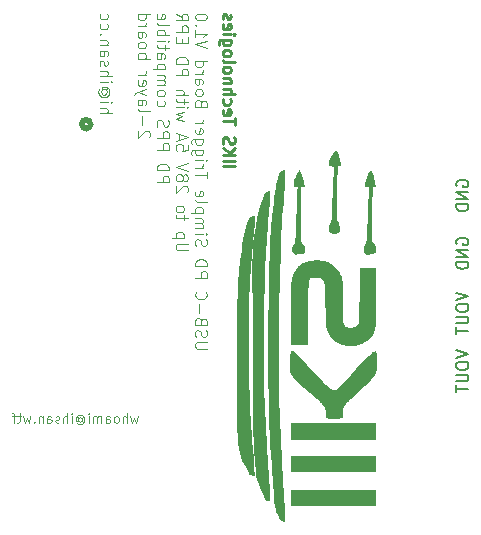
<source format=gbr>
%TF.GenerationSoftware,KiCad,Pcbnew,9.0.0*%
%TF.CreationDate,2025-08-18T11:23:06-07:00*%
%TF.ProjectId,USB_C_Simple_Trig,5553425f-435f-4536-996d-706c655f5472,rev?*%
%TF.SameCoordinates,Original*%
%TF.FileFunction,Legend,Bot*%
%TF.FilePolarity,Positive*%
%FSLAX46Y46*%
G04 Gerber Fmt 4.6, Leading zero omitted, Abs format (unit mm)*
G04 Created by KiCad (PCBNEW 9.0.0) date 2025-08-18 11:23:06*
%MOMM*%
%LPD*%
G01*
G04 APERTURE LIST*
%ADD10C,0.000000*%
%ADD11C,0.200000*%
%ADD12C,0.100000*%
%ADD13C,0.250000*%
%ADD14C,0.508000*%
G04 APERTURE END LIST*
D10*
G36*
X144031678Y-100677987D02*
G01*
X143925845Y-100254653D01*
X143608344Y-100254653D01*
X143608344Y-100042986D01*
X144031678Y-99831319D01*
X144031678Y-100677987D01*
G37*
G36*
X152643411Y-98122067D02*
G01*
X152680146Y-98212283D01*
X152714552Y-98302812D01*
X152746799Y-98393666D01*
X152805502Y-98576400D01*
X152857618Y-98760584D01*
X152904512Y-98946319D01*
X152947549Y-99133704D01*
X153027510Y-99513820D01*
X152710010Y-99513820D01*
X152699675Y-101158782D01*
X152696781Y-101828923D01*
X152690247Y-102818865D01*
X152689340Y-103131170D01*
X152686029Y-103436522D01*
X152685981Y-103718988D01*
X152683794Y-103799280D01*
X152682528Y-103862175D01*
X152682462Y-103912963D01*
X152682968Y-103935470D01*
X152683880Y-103956935D01*
X152685233Y-103978018D01*
X152687062Y-103999382D01*
X152692290Y-104045595D01*
X152699845Y-104100866D01*
X152710010Y-104170485D01*
X152921677Y-104382152D01*
X152951508Y-104489359D01*
X152977018Y-104585648D01*
X152987495Y-104630752D01*
X152996104Y-104674391D01*
X153002583Y-104716987D01*
X153006668Y-104758962D01*
X153008097Y-104800737D01*
X153006607Y-104842734D01*
X153001937Y-104885374D01*
X152993822Y-104929080D01*
X152982002Y-104974272D01*
X152966212Y-105021373D01*
X152946192Y-105070804D01*
X152921677Y-105122986D01*
X152705463Y-105169288D01*
X152626811Y-105184378D01*
X152556221Y-105195746D01*
X152485011Y-105204634D01*
X152404499Y-105212282D01*
X152180843Y-105228818D01*
X151969177Y-105017153D01*
X151960495Y-104931473D01*
X151954294Y-104863777D01*
X151950573Y-104807863D01*
X151949643Y-104782386D01*
X151949333Y-104757530D01*
X151949643Y-104732518D01*
X151950573Y-104706577D01*
X151954294Y-104648802D01*
X151960495Y-104578006D01*
X151969177Y-104487986D01*
X152042496Y-104393485D01*
X152072249Y-104354299D01*
X152097877Y-104319448D01*
X152119738Y-104288153D01*
X152138192Y-104259634D01*
X152153598Y-104233111D01*
X152166314Y-104207804D01*
X152176701Y-104182933D01*
X152185116Y-104157717D01*
X152191920Y-104131378D01*
X152197472Y-104103134D01*
X152202129Y-104072206D01*
X152206253Y-104037815D01*
X152214333Y-103955520D01*
X152224304Y-103706974D01*
X152237096Y-103424532D01*
X152247816Y-103120833D01*
X152287245Y-102156990D01*
X152313704Y-101485921D01*
X152392510Y-99513820D01*
X152075010Y-99513820D01*
X152075131Y-99408567D01*
X152075979Y-99326641D01*
X152076903Y-99292413D01*
X152078281Y-99261603D01*
X152080203Y-99233406D01*
X152082762Y-99207016D01*
X152086047Y-99181629D01*
X152090150Y-99156440D01*
X152095161Y-99130644D01*
X152101172Y-99103436D01*
X152116553Y-99041567D01*
X152137022Y-98964394D01*
X152220531Y-98713454D01*
X152256163Y-98605589D01*
X152273147Y-98556487D01*
X152290018Y-98510114D01*
X152307107Y-98466099D01*
X152324746Y-98424076D01*
X152343264Y-98383673D01*
X152362994Y-98344524D01*
X152384267Y-98306258D01*
X152407413Y-98268507D01*
X152432764Y-98230902D01*
X152460650Y-98193073D01*
X152491404Y-98154653D01*
X152525355Y-98115272D01*
X152562836Y-98074562D01*
X152604177Y-98032152D01*
X152643411Y-98122067D01*
G37*
G36*
X148582510Y-117293818D02*
G01*
X148582097Y-117364305D01*
X148581115Y-117394045D01*
X148579203Y-117421149D01*
X148576051Y-117446393D01*
X148571348Y-117470552D01*
X148564785Y-117494401D01*
X148556052Y-117518714D01*
X148544838Y-117544268D01*
X148530834Y-117571838D01*
X148513729Y-117602197D01*
X148493213Y-117636123D01*
X148440710Y-117717772D01*
X148370844Y-117822985D01*
X147841677Y-117187985D01*
X148582510Y-117293818D01*
G37*
G36*
X144033516Y-100031897D02*
G01*
X144032534Y-100231400D01*
X144028729Y-100430146D01*
X144022094Y-100628452D01*
X144012625Y-100826635D01*
X144000316Y-101025014D01*
X143985163Y-101223905D01*
X143967159Y-101423626D01*
X143855541Y-102673626D01*
X143764232Y-103924830D01*
X143690789Y-105177049D01*
X143632768Y-106430097D01*
X143553216Y-108937933D01*
X143506025Y-111446843D01*
X143502511Y-111684652D01*
X143498850Y-113023901D01*
X143501756Y-113940199D01*
X143514944Y-114856439D01*
X143542127Y-116195514D01*
X143548812Y-116513298D01*
X143590419Y-118121718D01*
X143652370Y-119727909D01*
X143739792Y-121332820D01*
X143857812Y-122937401D01*
X143945350Y-123980419D01*
X143965945Y-124230862D01*
X143984442Y-124462232D01*
X143999733Y-124692951D01*
X144011951Y-124923277D01*
X144021232Y-125153465D01*
X144027710Y-125383773D01*
X144031521Y-125614457D01*
X144031678Y-126077984D01*
X143714178Y-126077984D01*
X143349506Y-125329128D01*
X143202036Y-124987841D01*
X143075686Y-124644891D01*
X142968865Y-124282458D01*
X142879982Y-123882723D01*
X142807445Y-123427868D01*
X142749662Y-122900074D01*
X142671989Y-121554391D01*
X142634231Y-119703125D01*
X142627520Y-113913637D01*
X142628249Y-112226479D01*
X142604881Y-110781555D01*
X142561385Y-109246054D01*
X142528667Y-107654121D01*
X142537629Y-106039899D01*
X142567397Y-105235099D01*
X142619174Y-104437531D01*
X142696823Y-103651462D01*
X142804206Y-102881160D01*
X142945187Y-102130894D01*
X143123629Y-101404931D01*
X143343393Y-100707539D01*
X143608344Y-100042986D01*
X143683100Y-99994688D01*
X143741695Y-99957590D01*
X143766482Y-99942467D01*
X143789088Y-99929213D01*
X143810135Y-99917520D01*
X143830242Y-99907076D01*
X143850030Y-99897573D01*
X143870117Y-99888699D01*
X143891125Y-99880145D01*
X143913674Y-99871601D01*
X143965874Y-99853301D01*
X144031678Y-99831319D01*
X144033516Y-100031897D01*
G37*
G36*
X147213292Y-107180121D02*
G01*
X147210968Y-107249238D01*
X147206755Y-107309524D01*
X147200900Y-107362127D01*
X147193651Y-107408193D01*
X147185256Y-107448870D01*
X147175963Y-107485304D01*
X147166019Y-107518641D01*
X147155672Y-107550029D01*
X147134760Y-107611544D01*
X147124691Y-107643965D01*
X147115209Y-107679023D01*
X147106563Y-107717866D01*
X147099001Y-107761640D01*
X147092769Y-107811492D01*
X147088117Y-107868569D01*
X147088829Y-108141329D01*
X147088854Y-108449503D01*
X147090508Y-108784571D01*
X147092860Y-109841379D01*
X147095030Y-110578389D01*
X147099165Y-112278336D01*
X147100844Y-112742984D01*
X145936677Y-112742984D01*
X145936677Y-107451319D01*
X146148344Y-107451319D01*
X146148344Y-107027985D01*
X146465844Y-107027985D01*
X146465844Y-106816318D01*
X147206677Y-106816318D01*
X147213292Y-107180121D01*
G37*
G36*
X147946809Y-115459042D02*
G01*
X148027887Y-115514044D01*
X148061191Y-115537281D01*
X148090623Y-115558445D01*
X148116898Y-115578115D01*
X148140729Y-115596868D01*
X148162831Y-115615282D01*
X148183917Y-115633935D01*
X148204701Y-115653403D01*
X148225898Y-115674266D01*
X148248221Y-115697101D01*
X148272385Y-115722485D01*
X148329089Y-115783213D01*
X148496521Y-115984131D01*
X148645681Y-116162448D01*
X148794177Y-116341318D01*
X148723794Y-116341086D01*
X148694300Y-116340533D01*
X148667673Y-116339458D01*
X148643217Y-116337685D01*
X148620234Y-116335040D01*
X148598026Y-116331348D01*
X148575896Y-116326435D01*
X148553145Y-116320128D01*
X148529077Y-116312250D01*
X148502993Y-116302629D01*
X148474197Y-116291089D01*
X148405674Y-116261556D01*
X148317927Y-116222256D01*
X148259647Y-116176704D01*
X148207335Y-116131939D01*
X148160526Y-116087606D01*
X148118757Y-116043348D01*
X148081563Y-115998812D01*
X148048480Y-115953640D01*
X148019044Y-115907478D01*
X147992792Y-115859971D01*
X147969258Y-115810762D01*
X147947980Y-115759497D01*
X147928492Y-115705821D01*
X147910332Y-115649376D01*
X147893034Y-115589810D01*
X147876135Y-115526765D01*
X147841677Y-115388819D01*
X147946809Y-115459042D01*
G37*
G36*
X148856559Y-116396814D02*
G01*
X148906314Y-116440352D01*
X148948405Y-116475652D01*
X148968125Y-116491376D01*
X148987790Y-116506436D01*
X149008020Y-116521297D01*
X149029433Y-116536424D01*
X149078293Y-116569336D01*
X149139332Y-116608894D01*
X149217510Y-116658818D01*
X149640844Y-116658818D01*
X149746677Y-117082151D01*
X149323344Y-117082151D01*
X149275142Y-117043503D01*
X149229949Y-117004101D01*
X149187554Y-116963888D01*
X149147742Y-116922808D01*
X149110303Y-116880802D01*
X149075022Y-116837813D01*
X149041688Y-116793785D01*
X149010087Y-116748660D01*
X148980008Y-116702382D01*
X148951236Y-116654892D01*
X148923561Y-116606134D01*
X148896769Y-116556050D01*
X148844983Y-116451678D01*
X148794177Y-116341318D01*
X148856559Y-116396814D01*
G37*
G36*
X152850570Y-111366738D02*
G01*
X152864213Y-111410611D01*
X152875375Y-111449834D01*
X152884056Y-111485335D01*
X152890258Y-111518047D01*
X152893978Y-111548897D01*
X152895218Y-111578818D01*
X152893978Y-111608739D01*
X152890258Y-111639590D01*
X152884056Y-111672301D01*
X152875375Y-111707803D01*
X152864213Y-111747025D01*
X152850570Y-111790898D01*
X152815844Y-111896318D01*
X152752107Y-111984473D01*
X152690719Y-112066656D01*
X152630918Y-112143140D01*
X152571943Y-112214200D01*
X152513034Y-112280106D01*
X152453429Y-112341132D01*
X152392367Y-112397551D01*
X152329087Y-112449635D01*
X152262828Y-112497657D01*
X152192829Y-112541889D01*
X152118330Y-112582606D01*
X152038568Y-112620078D01*
X151952782Y-112654579D01*
X151860213Y-112686382D01*
X151760098Y-112715760D01*
X151651677Y-112742984D01*
X151651677Y-112531319D01*
X151801332Y-112366781D01*
X151856316Y-112308076D01*
X151906338Y-112256813D01*
X151957601Y-112206790D01*
X152016306Y-112151806D01*
X152180843Y-112002152D01*
X152392510Y-112002152D01*
X152392510Y-111790485D01*
X152468574Y-111760406D01*
X152499737Y-111747334D01*
X152526966Y-111734941D01*
X152550746Y-111722753D01*
X152571561Y-111710294D01*
X152581008Y-111703814D01*
X152589896Y-111697089D01*
X152598285Y-111690059D01*
X152606235Y-111682665D01*
X152613808Y-111674846D01*
X152621063Y-111666545D01*
X152628062Y-111657701D01*
X152634864Y-111648256D01*
X152648123Y-111627322D01*
X152661324Y-111603269D01*
X152674952Y-111575623D01*
X152689491Y-111543907D01*
X152723239Y-111466370D01*
X152815844Y-111261318D01*
X152850570Y-111366738D01*
G37*
G36*
X146465844Y-107027985D02*
G01*
X146148344Y-107027985D01*
X146148344Y-107451319D01*
X145936677Y-107451319D01*
X145969750Y-107153663D01*
X145983313Y-107092444D01*
X145996673Y-107036251D01*
X146010182Y-106984587D01*
X146024194Y-106936955D01*
X146039062Y-106892857D01*
X146055139Y-106851796D01*
X146072777Y-106813275D01*
X146082291Y-106794811D01*
X146092329Y-106776796D01*
X146102933Y-106759167D01*
X146114148Y-106741863D01*
X146126019Y-106724820D01*
X146138588Y-106707977D01*
X146151901Y-106691272D01*
X146166001Y-106674642D01*
X146196739Y-106641360D01*
X146231157Y-106607634D01*
X146269606Y-106572967D01*
X146312439Y-106536861D01*
X146360011Y-106498819D01*
X146465844Y-107027985D01*
G37*
G36*
X144033640Y-100084464D02*
G01*
X144030276Y-100336419D01*
X144022078Y-100587523D01*
X144009540Y-100838116D01*
X143993155Y-101088536D01*
X143973415Y-101339123D01*
X143925845Y-101842153D01*
X143820011Y-101842153D01*
X143820011Y-100466320D01*
X143608344Y-100466320D01*
X143608344Y-100783818D01*
X143396677Y-100889653D01*
X143439241Y-100672056D01*
X143461321Y-100565790D01*
X143484887Y-100460654D01*
X143510656Y-100356225D01*
X143539345Y-100252085D01*
X143571669Y-100147812D01*
X143608344Y-100042986D01*
X143682965Y-99990483D01*
X143741463Y-99950382D01*
X143766216Y-99934207D01*
X143788799Y-99920203D01*
X143809831Y-99908059D01*
X143829933Y-99897466D01*
X143849725Y-99888112D01*
X143869827Y-99879689D01*
X143890860Y-99871886D01*
X143913442Y-99864392D01*
X143938195Y-99856899D01*
X143965739Y-99849096D01*
X144031678Y-99831319D01*
X144033640Y-100084464D01*
G37*
G36*
X146889177Y-115812152D02*
G01*
X146889177Y-116023819D01*
X147206677Y-116023819D01*
X147312511Y-116658818D01*
X147176758Y-116569342D01*
X147066799Y-116492437D01*
X147017617Y-116454823D01*
X146970232Y-116415701D01*
X146923094Y-116373521D01*
X146874653Y-116326733D01*
X146823358Y-116273786D01*
X146767660Y-116213130D01*
X146636851Y-116062489D01*
X146469825Y-115862408D01*
X146254177Y-115600486D01*
X146889177Y-115812152D01*
G37*
G36*
X145305170Y-98242306D02*
G01*
X145306291Y-98451802D01*
X145304953Y-98660839D01*
X145301070Y-98869613D01*
X145294555Y-99078324D01*
X145285323Y-99287169D01*
X145273286Y-99496347D01*
X145258358Y-99706054D01*
X145239665Y-99935500D01*
X145199487Y-100431438D01*
X145083046Y-102039569D01*
X144991642Y-103648141D01*
X144920613Y-105257758D01*
X144865295Y-106869024D01*
X144858500Y-107094132D01*
X144778410Y-109877956D01*
X144772511Y-110097152D01*
X144666677Y-110097152D01*
X144666677Y-104276319D01*
X144349178Y-104276319D01*
X144137511Y-106498819D01*
X144031678Y-106498819D01*
X144021149Y-105788171D01*
X144028262Y-105077254D01*
X144051497Y-104366382D01*
X144089333Y-103655870D01*
X144140249Y-102946035D01*
X144202727Y-102237191D01*
X144275245Y-101529654D01*
X144356283Y-100823739D01*
X144395480Y-100512621D01*
X144466371Y-99938751D01*
X144507253Y-99647937D01*
X144555503Y-99357495D01*
X144613930Y-99069643D01*
X144647837Y-98927382D01*
X144685340Y-98786601D01*
X144726792Y-98647577D01*
X144772542Y-98510587D01*
X144822943Y-98375908D01*
X144878344Y-98243819D01*
X144952210Y-98197887D01*
X145010169Y-98162480D01*
X145034733Y-98147948D01*
X145057181Y-98135117D01*
X145078132Y-98123677D01*
X145098208Y-98113318D01*
X145118027Y-98103730D01*
X145138210Y-98094602D01*
X145159377Y-98085626D01*
X145182148Y-98076490D01*
X145234983Y-98056500D01*
X145301677Y-98032152D01*
X145305170Y-98242306D01*
G37*
G36*
X145304909Y-98294805D02*
G01*
X145304048Y-98556675D01*
X145299336Y-98817986D01*
X145291012Y-99078963D01*
X145279319Y-99339830D01*
X145264498Y-99600811D01*
X145226437Y-100124013D01*
X145195844Y-100479549D01*
X145090011Y-101736318D01*
X144878344Y-101630486D01*
X144876150Y-101414990D01*
X144877613Y-101200617D01*
X144882561Y-100987036D01*
X144890822Y-100773914D01*
X144902227Y-100560919D01*
X144916603Y-100347719D01*
X144933779Y-100133981D01*
X144953585Y-99919375D01*
X144984177Y-99619652D01*
X145070580Y-98751903D01*
X145090011Y-98561318D01*
X144878344Y-98561318D01*
X144878344Y-98243819D01*
X145301677Y-98032152D01*
X145304909Y-98294805D01*
G37*
G36*
X153041906Y-113703594D02*
G01*
X153048119Y-113866438D01*
X153053348Y-114029314D01*
X153060583Y-114297413D01*
X153070546Y-114487398D01*
X153077000Y-114662223D01*
X153077482Y-114745036D01*
X153075372Y-114825361D01*
X153070101Y-114903632D01*
X153061095Y-114980284D01*
X153047784Y-115055749D01*
X153029597Y-115130462D01*
X153005962Y-115204858D01*
X152976308Y-115279369D01*
X152940064Y-115354431D01*
X152896659Y-115430477D01*
X152845520Y-115507941D01*
X152786078Y-115587256D01*
X152498344Y-115812152D01*
X152366543Y-115929276D01*
X152245439Y-116034463D01*
X151757510Y-116447152D01*
X151969177Y-115494652D01*
X152075010Y-115706319D01*
X152180399Y-115677271D01*
X152223902Y-115664784D01*
X152262336Y-115653112D01*
X152296496Y-115641849D01*
X152327176Y-115630586D01*
X152355172Y-115618918D01*
X152381277Y-115606438D01*
X152406286Y-115592738D01*
X152430994Y-115577411D01*
X152456195Y-115560051D01*
X152482684Y-115540250D01*
X152511255Y-115517603D01*
X152542703Y-115491700D01*
X152617406Y-115428505D01*
X152704795Y-115277178D01*
X152740305Y-115213887D01*
X152770952Y-115156907D01*
X152797182Y-115104783D01*
X152819441Y-115056063D01*
X152838175Y-115009294D01*
X152853828Y-114963021D01*
X152866848Y-114915792D01*
X152877680Y-114866153D01*
X152886769Y-114812650D01*
X152894562Y-114753831D01*
X152901503Y-114688241D01*
X152908039Y-114614428D01*
X152921677Y-114436318D01*
X152604177Y-114542151D01*
X152286677Y-114542151D01*
X152180843Y-114753818D01*
X151757510Y-114647985D01*
X151757843Y-114577731D01*
X151758633Y-114548543D01*
X151760172Y-114522514D01*
X151762708Y-114499043D01*
X151764429Y-114488080D01*
X151766492Y-114477530D01*
X151768930Y-114467319D01*
X151771774Y-114457373D01*
X151775053Y-114447615D01*
X151778801Y-114437972D01*
X151783048Y-114428367D01*
X151787825Y-114418725D01*
X151793163Y-114408973D01*
X151799094Y-114399033D01*
X151812858Y-114378295D01*
X151829367Y-114355909D01*
X151848869Y-114331276D01*
X151871615Y-114303794D01*
X151927836Y-114237880D01*
X152154385Y-114012986D01*
X152256163Y-113912480D01*
X152356332Y-113818677D01*
X152406393Y-113774184D01*
X152456748Y-113731243D01*
X152507629Y-113689810D01*
X152559268Y-113649846D01*
X152611896Y-113611307D01*
X152665747Y-113574154D01*
X152721052Y-113538343D01*
X152778043Y-113503834D01*
X152836952Y-113470586D01*
X152898012Y-113438556D01*
X152961454Y-113407703D01*
X153027510Y-113377985D01*
X153041906Y-113703594D01*
G37*
G36*
X153041906Y-113703594D02*
G01*
X153048119Y-113866438D01*
X153053348Y-114029314D01*
X153060583Y-114297413D01*
X153070546Y-114487398D01*
X153077000Y-114662223D01*
X153077482Y-114745036D01*
X153075372Y-114825361D01*
X153070101Y-114903632D01*
X153061095Y-114980284D01*
X153047784Y-115055749D01*
X153029597Y-115130462D01*
X153005962Y-115204858D01*
X152976308Y-115279369D01*
X152940064Y-115354431D01*
X152896659Y-115430477D01*
X152845520Y-115507941D01*
X152786078Y-115587256D01*
X152498344Y-115812152D01*
X152366543Y-115929276D01*
X152245439Y-116034463D01*
X151757510Y-116447152D01*
X151969177Y-115494652D01*
X152075010Y-115706319D01*
X152180396Y-115677002D01*
X152223917Y-115664416D01*
X152262392Y-115652671D01*
X152296622Y-115641364D01*
X152327411Y-115630090D01*
X152355559Y-115618444D01*
X152381868Y-115606022D01*
X152407141Y-115592419D01*
X152432179Y-115577231D01*
X152457783Y-115560053D01*
X152484755Y-115540481D01*
X152513898Y-115518110D01*
X152546014Y-115492536D01*
X152622367Y-115430159D01*
X152696570Y-115347264D01*
X152726630Y-115312304D01*
X152752455Y-115280461D01*
X152774388Y-115250828D01*
X152792774Y-115222501D01*
X152807956Y-115194573D01*
X152820278Y-115166138D01*
X152830085Y-115136290D01*
X152837719Y-115104123D01*
X152843526Y-115068732D01*
X152847850Y-115029210D01*
X152851033Y-114984651D01*
X152853421Y-114934150D01*
X152857185Y-114811696D01*
X152842302Y-114409861D01*
X152830816Y-114052605D01*
X152823853Y-113874022D01*
X152815844Y-113695485D01*
X152604177Y-113589652D01*
X153027510Y-113377985D01*
X153041906Y-113703594D01*
G37*
G36*
X143502511Y-118246318D02*
G01*
X143432575Y-118106037D01*
X143379587Y-117997190D01*
X143358544Y-117951976D01*
X143340652Y-117911527D01*
X143325550Y-117874810D01*
X143312874Y-117840794D01*
X143302264Y-117808448D01*
X143293358Y-117776739D01*
X143285792Y-117744638D01*
X143279206Y-117711111D01*
X143273238Y-117675128D01*
X143267526Y-117635657D01*
X143255419Y-117542124D01*
X143243302Y-117225192D01*
X143229452Y-116876273D01*
X143218084Y-116513298D01*
X143192182Y-115888316D01*
X143188786Y-115586409D01*
X143192049Y-115437402D01*
X143199598Y-115289428D01*
X143212170Y-115142285D01*
X143230498Y-114995775D01*
X143255318Y-114849698D01*
X143287364Y-114703855D01*
X143327372Y-114558045D01*
X143376076Y-114412068D01*
X143434210Y-114265726D01*
X143502511Y-114118819D01*
X143502511Y-118246318D01*
G37*
G36*
X145304286Y-98267212D02*
G01*
X145304063Y-98501474D01*
X145300898Y-98735163D01*
X145294683Y-98968507D01*
X145285311Y-99201732D01*
X145272671Y-99435066D01*
X145256657Y-99668736D01*
X145237159Y-99902968D01*
X145145383Y-100984752D01*
X145067919Y-102067631D01*
X144949875Y-104235872D01*
X144870926Y-106406091D01*
X144818971Y-108576687D01*
X144812198Y-108932985D01*
X144784465Y-110772253D01*
X144773090Y-112611187D01*
X144779461Y-114450132D01*
X144804964Y-116289435D01*
X144825143Y-117330431D01*
X144865853Y-119086340D01*
X144927155Y-120840328D01*
X145013118Y-122593208D01*
X145127812Y-124345791D01*
X145215350Y-125525967D01*
X145235945Y-125809267D01*
X145254337Y-126068050D01*
X145269746Y-126326379D01*
X145282212Y-126584439D01*
X145291770Y-126842414D01*
X145298458Y-127100489D01*
X145302314Y-127358847D01*
X145303374Y-127617673D01*
X145301677Y-127877151D01*
X145179503Y-127821798D01*
X145134903Y-127800931D01*
X145094681Y-127781298D01*
X145053874Y-127760417D01*
X145007524Y-127735808D01*
X144878344Y-127665484D01*
X144710949Y-127299833D01*
X144581644Y-126967932D01*
X144528370Y-126793543D01*
X144481132Y-126602276D01*
X144438770Y-126385693D01*
X144400120Y-126135357D01*
X144329312Y-125499669D01*
X144259412Y-124627705D01*
X144085159Y-121904924D01*
X144066404Y-121591230D01*
X144011356Y-120584796D01*
X143968659Y-119578607D01*
X143914906Y-117566372D01*
X143894320Y-115553337D01*
X143896078Y-113538311D01*
X143900419Y-111998458D01*
X143903440Y-110088614D01*
X143904347Y-109725495D01*
X143927141Y-107497294D01*
X143955865Y-106382631D01*
X143998916Y-105268307D01*
X144058377Y-104154860D01*
X144136332Y-103042824D01*
X144234862Y-101932736D01*
X144356050Y-100825133D01*
X144395480Y-100512621D01*
X144466378Y-99938750D01*
X144507260Y-99647937D01*
X144555509Y-99357496D01*
X144613933Y-99069646D01*
X144647838Y-98927385D01*
X144685341Y-98786604D01*
X144726792Y-98647580D01*
X144772542Y-98510589D01*
X144822942Y-98375910D01*
X144878344Y-98243819D01*
X144952210Y-98197887D01*
X145010169Y-98162480D01*
X145034733Y-98147948D01*
X145057181Y-98135117D01*
X145078132Y-98123677D01*
X145098208Y-98113318D01*
X145118027Y-98103730D01*
X145138210Y-98094602D01*
X145159377Y-98085626D01*
X145182148Y-98076490D01*
X145234983Y-98056500D01*
X145301677Y-98032152D01*
X145304286Y-98267212D01*
G37*
G36*
X149746677Y-103217986D02*
G01*
X149217510Y-103323819D01*
X149210896Y-103012934D01*
X149213286Y-102905744D01*
X149214660Y-102861970D01*
X149216373Y-102823902D01*
X149217409Y-102806811D01*
X149218591Y-102790912D01*
X149219940Y-102776123D01*
X149221476Y-102762368D01*
X149223222Y-102749568D01*
X149225196Y-102737643D01*
X149227419Y-102726515D01*
X149229913Y-102716105D01*
X149232697Y-102706335D01*
X149235792Y-102697125D01*
X149239220Y-102688398D01*
X149243000Y-102680074D01*
X149247153Y-102672074D01*
X149251699Y-102664320D01*
X149256660Y-102656734D01*
X149262055Y-102649235D01*
X149267906Y-102641747D01*
X149274233Y-102634189D01*
X149281057Y-102626484D01*
X149288398Y-102618552D01*
X149304713Y-102601694D01*
X149323344Y-102582985D01*
X149746677Y-102582985D01*
X149746677Y-103217986D01*
G37*
G36*
X149440753Y-106288889D02*
G01*
X149550976Y-106391942D01*
X149602817Y-106442993D01*
X149652172Y-106494377D01*
X149698809Y-106546583D01*
X149742500Y-106600097D01*
X149783014Y-106655406D01*
X149820122Y-106713000D01*
X149853592Y-106773364D01*
X149883196Y-106836987D01*
X149896476Y-106870173D01*
X149908703Y-106904357D01*
X149919848Y-106939599D01*
X149929883Y-106975960D01*
X149938779Y-107013502D01*
X149946507Y-107052285D01*
X149953038Y-107092370D01*
X149958344Y-107133818D01*
X149852510Y-106922152D01*
X149535011Y-106922152D01*
X149538925Y-106846302D01*
X149540053Y-106814609D01*
X149540421Y-106786115D01*
X149539875Y-106760102D01*
X149538260Y-106735853D01*
X149535420Y-106712652D01*
X149531200Y-106689781D01*
X149525446Y-106666524D01*
X149518003Y-106642164D01*
X149508714Y-106615982D01*
X149497426Y-106587264D01*
X149483984Y-106555290D01*
X149468231Y-106519345D01*
X149429177Y-106432673D01*
X149323344Y-106181319D01*
X149440753Y-106288889D01*
G37*
G36*
X153027510Y-126501318D02*
G01*
X145830844Y-126501318D01*
X145830844Y-125125485D01*
X153027510Y-125125485D01*
X153027510Y-126501318D01*
G37*
G36*
X144878344Y-101312987D02*
G01*
X144909019Y-101425884D01*
X144921846Y-101478639D01*
X144932914Y-101529460D01*
X144942156Y-101578745D01*
X144949509Y-101626893D01*
X144954908Y-101674299D01*
X144958286Y-101721362D01*
X144959580Y-101768479D01*
X144958724Y-101816047D01*
X144955653Y-101864465D01*
X144950302Y-101914128D01*
X144942607Y-101965435D01*
X144932501Y-102018784D01*
X144919922Y-102074570D01*
X144904802Y-102133193D01*
X144860515Y-102212000D01*
X144841376Y-102244291D01*
X144823360Y-102272513D01*
X144805810Y-102297169D01*
X144788065Y-102318763D01*
X144769468Y-102337800D01*
X144759644Y-102346516D01*
X144749359Y-102354782D01*
X144727080Y-102370214D01*
X144701972Y-102384600D01*
X144673376Y-102398443D01*
X144640632Y-102412247D01*
X144603083Y-102426516D01*
X144560069Y-102441755D01*
X144455010Y-102477153D01*
X144455010Y-101207152D01*
X144878344Y-101312987D01*
G37*
G36*
X149715878Y-96460362D02*
G01*
X149746585Y-96513028D01*
X149773372Y-96562769D01*
X149796704Y-96611448D01*
X149817046Y-96660925D01*
X149834863Y-96713059D01*
X149850621Y-96769711D01*
X149864784Y-96832741D01*
X149877818Y-96904010D01*
X149890187Y-96985378D01*
X149902356Y-97078706D01*
X149927958Y-97308681D01*
X149958344Y-97608818D01*
X149640844Y-97608818D01*
X149640844Y-97820485D01*
X149005843Y-97714653D01*
X149005843Y-97397152D01*
X149063527Y-97243808D01*
X149121449Y-97096180D01*
X149151430Y-97024557D01*
X149182589Y-96954418D01*
X149215297Y-96885783D01*
X149249927Y-96818670D01*
X149286851Y-96753098D01*
X149326442Y-96689087D01*
X149369072Y-96626653D01*
X149415114Y-96565817D01*
X149464939Y-96506597D01*
X149518921Y-96449012D01*
X149577432Y-96393080D01*
X149640844Y-96338820D01*
X149715878Y-96460362D01*
G37*
G36*
X146610912Y-98122067D02*
G01*
X146647647Y-98212283D01*
X146682052Y-98302812D01*
X146714300Y-98393666D01*
X146773002Y-98576400D01*
X146825118Y-98760584D01*
X146872012Y-98946319D01*
X146915049Y-99133704D01*
X146995010Y-99513820D01*
X146677511Y-99513820D01*
X146668628Y-100333706D01*
X146662008Y-101153615D01*
X146657667Y-101822307D01*
X146651919Y-102315638D01*
X146647866Y-102808983D01*
X146646505Y-103120833D01*
X146641539Y-103424532D01*
X146641467Y-103706974D01*
X146640629Y-103811084D01*
X146640795Y-103857668D01*
X146641787Y-103901181D01*
X146643930Y-103942054D01*
X146647552Y-103980718D01*
X146652978Y-104017605D01*
X146660534Y-104053147D01*
X146665213Y-104070548D01*
X146670548Y-104087775D01*
X146676578Y-104104882D01*
X146683345Y-104121921D01*
X146690889Y-104138948D01*
X146699252Y-104156017D01*
X146708474Y-104173180D01*
X146718596Y-104190493D01*
X146729658Y-104208009D01*
X146741702Y-104225783D01*
X146768897Y-104262316D01*
X146800508Y-104300525D01*
X146836860Y-104340842D01*
X146889114Y-104389954D01*
X146910357Y-104410893D01*
X146928704Y-104430250D01*
X146944427Y-104448649D01*
X146957795Y-104466712D01*
X146969079Y-104485061D01*
X146978549Y-104504319D01*
X146986476Y-104525108D01*
X146993130Y-104548051D01*
X146998782Y-104573771D01*
X147003702Y-104602889D01*
X147008160Y-104636028D01*
X147012427Y-104673811D01*
X147021469Y-104765798D01*
X147006292Y-104894682D01*
X146996949Y-104947107D01*
X146984732Y-104992426D01*
X146977146Y-105012632D01*
X146968361Y-105031317D01*
X146958218Y-105048563D01*
X146946557Y-105064457D01*
X146933219Y-105079083D01*
X146918042Y-105092525D01*
X146900868Y-105104870D01*
X146881536Y-105116200D01*
X146859887Y-105126602D01*
X146835760Y-105136160D01*
X146779436Y-105153082D01*
X146711284Y-105167645D01*
X146630025Y-105180528D01*
X146534381Y-105192409D01*
X146423072Y-105203965D01*
X146148344Y-105228818D01*
X145936677Y-105017153D01*
X145927995Y-104931473D01*
X145921794Y-104863777D01*
X145918074Y-104807863D01*
X145917143Y-104782386D01*
X145916833Y-104757530D01*
X145917143Y-104732518D01*
X145918074Y-104706577D01*
X145921794Y-104648802D01*
X145927995Y-104578006D01*
X145936677Y-104487986D01*
X146009996Y-104393485D01*
X146039749Y-104354299D01*
X146065377Y-104319448D01*
X146087238Y-104288153D01*
X146105692Y-104259634D01*
X146121098Y-104233111D01*
X146133814Y-104207804D01*
X146144201Y-104182933D01*
X146152616Y-104157717D01*
X146159421Y-104131378D01*
X146164972Y-104103134D01*
X146169630Y-104072206D01*
X146173753Y-104037815D01*
X146181834Y-103955520D01*
X146191804Y-103706974D01*
X146204597Y-103424532D01*
X146215317Y-103120833D01*
X146254746Y-102156990D01*
X146281204Y-101485921D01*
X146360011Y-99513820D01*
X146042510Y-99513820D01*
X146042631Y-99408567D01*
X146043479Y-99326641D01*
X146044403Y-99292413D01*
X146045780Y-99261603D01*
X146047703Y-99233406D01*
X146050262Y-99207016D01*
X146053547Y-99181629D01*
X146057650Y-99156440D01*
X146062661Y-99130644D01*
X146068671Y-99103436D01*
X146084053Y-99041567D01*
X146104522Y-98964394D01*
X146188031Y-98713454D01*
X146223663Y-98605589D01*
X146240647Y-98556487D01*
X146257518Y-98510114D01*
X146274608Y-98466099D01*
X146292246Y-98424076D01*
X146310765Y-98383673D01*
X146330495Y-98344524D01*
X146351767Y-98306258D01*
X146374914Y-98268507D01*
X146400264Y-98230902D01*
X146428151Y-98193073D01*
X146458905Y-98154653D01*
X146492856Y-98115272D01*
X146530337Y-98074562D01*
X146571677Y-98032152D01*
X146610912Y-98122067D01*
G37*
G36*
X152710010Y-104487986D02*
G01*
X152815844Y-105017153D01*
X152180843Y-105122986D01*
X152075010Y-104699653D01*
X152286677Y-104699653D01*
X152286677Y-104382152D01*
X152710010Y-104487986D01*
G37*
G36*
X146995010Y-99513820D02*
G01*
X146677511Y-99513820D01*
X146681359Y-99994634D01*
X146678544Y-100232627D01*
X146671058Y-100469690D01*
X146657763Y-100706331D01*
X146637525Y-100943060D01*
X146609208Y-101180387D01*
X146571677Y-101418819D01*
X146539803Y-101367707D01*
X146511124Y-101318676D01*
X146485452Y-101271332D01*
X146462597Y-101225280D01*
X146442372Y-101180127D01*
X146424586Y-101135478D01*
X146409051Y-101090940D01*
X146395578Y-101046117D01*
X146383978Y-101000617D01*
X146374062Y-100954045D01*
X146365641Y-100906007D01*
X146358525Y-100856108D01*
X146352526Y-100803956D01*
X146347455Y-100749155D01*
X146339340Y-100630031D01*
X146346781Y-100228194D01*
X146352569Y-99823052D01*
X146360011Y-99513820D01*
X146042510Y-99513820D01*
X146042510Y-99196318D01*
X146148344Y-99407985D01*
X146889177Y-99407985D01*
X146889177Y-99196318D01*
X146995010Y-99513820D01*
G37*
G36*
X149435063Y-100737404D02*
G01*
X149439513Y-101114342D01*
X149442407Y-101425432D01*
X149445462Y-101674818D01*
X149444117Y-101917090D01*
X149436118Y-102154078D01*
X149428919Y-102271162D01*
X149419213Y-102387612D01*
X149406718Y-102503656D01*
X149391152Y-102619523D01*
X149372234Y-102735442D01*
X149349683Y-102851641D01*
X149323216Y-102968350D01*
X149292553Y-103085796D01*
X149257411Y-103204210D01*
X149217510Y-103323819D01*
X149005843Y-103217986D01*
X148998402Y-103072051D01*
X148996542Y-103017998D01*
X148995922Y-102968285D01*
X148996542Y-102916712D01*
X148998402Y-102857078D01*
X149005843Y-102688820D01*
X149079392Y-102594061D01*
X149109236Y-102554751D01*
X149134939Y-102519770D01*
X149156861Y-102488328D01*
X149175361Y-102459639D01*
X149190799Y-102432914D01*
X149203534Y-102407364D01*
X149213926Y-102382201D01*
X149222334Y-102356637D01*
X149229118Y-102329883D01*
X149234637Y-102301152D01*
X149239251Y-102269655D01*
X149243319Y-102234604D01*
X149251255Y-102150686D01*
X149261332Y-101900444D01*
X149273734Y-101628624D01*
X149283656Y-101346059D01*
X149300903Y-100943071D01*
X149316988Y-100540035D01*
X149323344Y-100360485D01*
X149429177Y-100360485D01*
X149435063Y-100737404D01*
G37*
G36*
X146610119Y-98117714D02*
G01*
X146644972Y-98202505D01*
X146676474Y-98286702D01*
X146704862Y-98370483D01*
X146730375Y-98454025D01*
X146753249Y-98537506D01*
X146773722Y-98621103D01*
X146792033Y-98704993D01*
X146823116Y-98874365D01*
X146848400Y-99047041D01*
X146869787Y-99224441D01*
X146889177Y-99407985D01*
X146148344Y-99407985D01*
X146135114Y-99183089D01*
X146139697Y-99098371D01*
X146146152Y-99015721D01*
X146154727Y-98935059D01*
X146165668Y-98856308D01*
X146179224Y-98779392D01*
X146195641Y-98704232D01*
X146215168Y-98630750D01*
X146238053Y-98558870D01*
X146264541Y-98488513D01*
X146294882Y-98419602D01*
X146329322Y-98352059D01*
X146368109Y-98285807D01*
X146411491Y-98220768D01*
X146459714Y-98156864D01*
X146513027Y-98094018D01*
X146571677Y-98032152D01*
X146610119Y-98117714D01*
G37*
G36*
X146254177Y-113589652D02*
G01*
X146042510Y-113695485D01*
X145998689Y-114029935D01*
X145976365Y-114442933D01*
X145955706Y-114809999D01*
X145936677Y-115177152D01*
X146148344Y-115177152D01*
X146254177Y-115600486D01*
X146184440Y-115567716D01*
X146155404Y-115553613D01*
X146129430Y-115540411D01*
X146105898Y-115527645D01*
X146084188Y-115514850D01*
X146063679Y-115501562D01*
X146043751Y-115487313D01*
X146023784Y-115471641D01*
X146003159Y-115454079D01*
X145981255Y-115434163D01*
X145957451Y-115411427D01*
X145901667Y-115355636D01*
X145830844Y-115282985D01*
X145817389Y-115194048D01*
X145807296Y-115106112D01*
X145800142Y-115018791D01*
X145795504Y-114931699D01*
X145792958Y-114844452D01*
X145792080Y-114756662D01*
X145793637Y-114577912D01*
X145804385Y-114310642D01*
X145815827Y-113844273D01*
X145830844Y-113377985D01*
X146254177Y-113589652D01*
G37*
G36*
X148188259Y-105715608D02*
G01*
X148307874Y-105721712D01*
X148426035Y-105731883D01*
X148542623Y-105746915D01*
X148657518Y-105767604D01*
X148770602Y-105794742D01*
X148881754Y-105829125D01*
X148990856Y-105871546D01*
X149097788Y-105922799D01*
X149150403Y-105951986D01*
X149202431Y-105983679D01*
X149253856Y-106017978D01*
X149304665Y-106054981D01*
X149354842Y-106094788D01*
X149404372Y-106137497D01*
X149561469Y-106326839D01*
X149602356Y-106375586D01*
X149640608Y-106423174D01*
X149676329Y-106469898D01*
X149709626Y-106516057D01*
X149740602Y-106561946D01*
X149769364Y-106607862D01*
X149796016Y-106654103D01*
X149820664Y-106700964D01*
X149843414Y-106748743D01*
X149864371Y-106797737D01*
X149883639Y-106848242D01*
X149901324Y-106900554D01*
X149917532Y-106954971D01*
X149932368Y-107011790D01*
X149945936Y-107071307D01*
X149958344Y-107133818D01*
X149852510Y-106922152D01*
X149535011Y-106922152D01*
X149535011Y-106604653D01*
X149431421Y-106564229D01*
X149388267Y-106547938D01*
X149349632Y-106534055D01*
X149314588Y-106522424D01*
X149282204Y-106512891D01*
X149251549Y-106505301D01*
X149221694Y-106499498D01*
X149191708Y-106495327D01*
X149160661Y-106492634D01*
X149127623Y-106491263D01*
X149091664Y-106491060D01*
X149051853Y-106491869D01*
X149007261Y-106493535D01*
X148900011Y-106498819D01*
X148857325Y-106600743D01*
X148840323Y-106643091D01*
X148826096Y-106680862D01*
X148814558Y-106714927D01*
X148805620Y-106746161D01*
X148799193Y-106775435D01*
X148795190Y-106803624D01*
X148793522Y-106831600D01*
X148794101Y-106860236D01*
X148796840Y-106890405D01*
X148801649Y-106922980D01*
X148808441Y-106958835D01*
X148817128Y-106998841D01*
X148839833Y-107094803D01*
X148860151Y-107226829D01*
X148876410Y-107356944D01*
X148889027Y-107485844D01*
X148898416Y-107614223D01*
X148904992Y-107742776D01*
X148909172Y-107872199D01*
X148911370Y-108003185D01*
X148912001Y-108136429D01*
X148910346Y-108393070D01*
X148907994Y-109217464D01*
X148905824Y-109789626D01*
X148900011Y-111472985D01*
X148794177Y-111472985D01*
X148761724Y-110214560D01*
X148747875Y-109700277D01*
X148728495Y-108943340D01*
X148721830Y-108703128D01*
X148716790Y-108385823D01*
X148712544Y-108227212D01*
X148704096Y-108069188D01*
X148697581Y-107990526D01*
X148689157Y-107912167D01*
X148678538Y-107834165D01*
X148665439Y-107756570D01*
X148649572Y-107679436D01*
X148630653Y-107602814D01*
X148608394Y-107526758D01*
X148582510Y-107451319D01*
X148519608Y-107373991D01*
X148493190Y-107342712D01*
X148469267Y-107315904D01*
X148447194Y-107293225D01*
X148436649Y-107283328D01*
X148426324Y-107274336D01*
X148416139Y-107266206D01*
X148406013Y-107258896D01*
X148395865Y-107252363D01*
X148385614Y-107246564D01*
X148375180Y-107241457D01*
X148364482Y-107237001D01*
X148353440Y-107233151D01*
X148341972Y-107229865D01*
X148329998Y-107227102D01*
X148317438Y-107224817D01*
X148290234Y-107221517D01*
X148259716Y-107219623D01*
X148225236Y-107218796D01*
X148141814Y-107218981D01*
X147881365Y-107226423D01*
X147649829Y-107232173D01*
X147418344Y-107239652D01*
X147394942Y-107323998D01*
X147373827Y-107407088D01*
X147355010Y-107489486D01*
X147338502Y-107571753D01*
X147324312Y-107654452D01*
X147312453Y-107738146D01*
X147302934Y-107823396D01*
X147295766Y-107910767D01*
X147290781Y-108187088D01*
X147284384Y-108501610D01*
X147279024Y-108838727D01*
X147259309Y-109910549D01*
X147246080Y-110656446D01*
X147214713Y-112379493D01*
X147206677Y-112848818D01*
X147100844Y-112848818D01*
X145830844Y-112848818D01*
X145825676Y-110950847D01*
X145824230Y-110176526D01*
X145820963Y-109034588D01*
X145820509Y-108673363D01*
X145818853Y-108322216D01*
X145818829Y-107994852D01*
X145820166Y-107872757D01*
X145824919Y-107753868D01*
X145833285Y-107637938D01*
X145845460Y-107524717D01*
X145856182Y-107451319D01*
X145936677Y-107451319D01*
X145936677Y-112742984D01*
X147100844Y-112742984D01*
X147095677Y-110985160D01*
X147094229Y-110269130D01*
X147090962Y-109211246D01*
X147090508Y-108877588D01*
X147088854Y-108551191D01*
X147088829Y-108249462D01*
X147089189Y-108129248D01*
X147091113Y-108009035D01*
X147094898Y-107888875D01*
X147100844Y-107768819D01*
X147145130Y-107615916D01*
X147178062Y-107495007D01*
X147190658Y-107443061D01*
X147200881Y-107394927D01*
X147208885Y-107349211D01*
X147214826Y-107304517D01*
X147218858Y-107259449D01*
X147221138Y-107212613D01*
X147221819Y-107162612D01*
X147221057Y-107108053D01*
X147215823Y-106979676D01*
X147206677Y-106816318D01*
X146465844Y-106816318D01*
X146465844Y-107027985D01*
X146148344Y-107027985D01*
X146148344Y-107451319D01*
X145936677Y-107451319D01*
X145856182Y-107451319D01*
X145861640Y-107413958D01*
X145882021Y-107305414D01*
X145906799Y-107198835D01*
X145936169Y-107093973D01*
X145970329Y-106990582D01*
X146009474Y-106888412D01*
X146053800Y-106787215D01*
X146103504Y-106686744D01*
X146158780Y-106586750D01*
X146219826Y-106486986D01*
X146286838Y-106387203D01*
X146360011Y-106287153D01*
X146427949Y-106220955D01*
X146495508Y-106159729D01*
X146562993Y-106103284D01*
X146630709Y-106051431D01*
X146698961Y-106003979D01*
X146768056Y-105960740D01*
X146838298Y-105921524D01*
X146909994Y-105886141D01*
X146983449Y-105854401D01*
X147058968Y-105826114D01*
X147136857Y-105801092D01*
X147217422Y-105779143D01*
X147300968Y-105760079D01*
X147387800Y-105743711D01*
X147478224Y-105729847D01*
X147572546Y-105718299D01*
X147821881Y-105713757D01*
X148067309Y-105712777D01*
X148188259Y-105715608D01*
G37*
G36*
X144772511Y-121632985D02*
G01*
X144349178Y-121527151D01*
X144394333Y-121388649D01*
X144440751Y-121253482D01*
X144488910Y-121120871D01*
X144539286Y-120990035D01*
X144592357Y-120860192D01*
X144648600Y-120730562D01*
X144708492Y-120600365D01*
X144772511Y-120468818D01*
X144772511Y-121632985D01*
G37*
G36*
X143826534Y-100691824D02*
G01*
X143827343Y-100797712D01*
X143826120Y-100849535D01*
X143823427Y-100900839D01*
X143818973Y-100951793D01*
X143812469Y-101002568D01*
X143803626Y-101053334D01*
X143792153Y-101104261D01*
X143777762Y-101155519D01*
X143760162Y-101207280D01*
X143739064Y-101259712D01*
X143714178Y-101312987D01*
X143716010Y-101439922D01*
X143719515Y-101563194D01*
X143721704Y-101683511D01*
X143721372Y-101742781D01*
X143719590Y-101801578D01*
X143715986Y-101859989D01*
X143710185Y-101918103D01*
X143701815Y-101976008D01*
X143690501Y-102033792D01*
X143675871Y-102091543D01*
X143657550Y-102149351D01*
X143635166Y-102207302D01*
X143608344Y-102265487D01*
X143396677Y-102265487D01*
X143389236Y-101979406D01*
X143383448Y-101604027D01*
X143380759Y-101443609D01*
X143381217Y-101292947D01*
X143383510Y-101220563D01*
X143387649Y-101149763D01*
X143393989Y-101080264D01*
X143402882Y-101011781D01*
X143414682Y-100944028D01*
X143429742Y-100876722D01*
X143448415Y-100809578D01*
X143471054Y-100742311D01*
X143498014Y-100674636D01*
X143529646Y-100606269D01*
X143566305Y-100536925D01*
X143608344Y-100466320D01*
X143820011Y-100466320D01*
X143826534Y-100691824D01*
G37*
G36*
X152075010Y-115706319D02*
G01*
X152286677Y-115706319D01*
X152286677Y-116023819D01*
X152129581Y-116160658D01*
X152072737Y-116208923D01*
X152022094Y-116250368D01*
X151971451Y-116289952D01*
X151914607Y-116332637D01*
X151757510Y-116447152D01*
X151969177Y-115494652D01*
X152075010Y-115706319D01*
G37*
G36*
X145093731Y-99059066D02*
G01*
X145096625Y-99434444D01*
X145097625Y-99726621D01*
X145094464Y-99868828D01*
X145086933Y-100009483D01*
X145081077Y-100079473D01*
X145073586Y-100149366D01*
X145064279Y-100219260D01*
X145052975Y-100289253D01*
X145039494Y-100359441D01*
X145023654Y-100429922D01*
X145005276Y-100500793D01*
X144984177Y-100572152D01*
X144666677Y-100572152D01*
X144666677Y-99513820D01*
X144878344Y-99513820D01*
X144878344Y-98772985D01*
X145090011Y-98772985D01*
X145093731Y-99059066D01*
G37*
G36*
X143572418Y-121420707D02*
G01*
X143600781Y-121464110D01*
X143625204Y-121502418D01*
X143646027Y-121536411D01*
X143663591Y-121566872D01*
X143678237Y-121594582D01*
X143690303Y-121620324D01*
X143700131Y-121644879D01*
X143708062Y-121669028D01*
X143714435Y-121693554D01*
X143719590Y-121719239D01*
X143723869Y-121746864D01*
X143727611Y-121777211D01*
X143734847Y-121849199D01*
X143727407Y-122076162D01*
X143714178Y-122479651D01*
X143608344Y-122479651D01*
X143570439Y-122400657D01*
X143537453Y-122324992D01*
X143509227Y-122252121D01*
X143485600Y-122181509D01*
X143466412Y-122112620D01*
X143451503Y-122044919D01*
X143440713Y-121977871D01*
X143433882Y-121910940D01*
X143430848Y-121843591D01*
X143431453Y-121775290D01*
X143435536Y-121705499D01*
X143442936Y-121633685D01*
X143453494Y-121559312D01*
X143467049Y-121481845D01*
X143483442Y-121400747D01*
X143502511Y-121315485D01*
X143572418Y-121420707D01*
G37*
G36*
X146465844Y-104487986D02*
G01*
X146889177Y-104487986D01*
X146889177Y-104911319D01*
X146783344Y-105017153D01*
X146651066Y-105019603D01*
X146518759Y-105020461D01*
X146386452Y-105019665D01*
X146254177Y-105017153D01*
X146188031Y-104825330D01*
X146175345Y-104748293D01*
X146171026Y-104715903D01*
X146168394Y-104686527D01*
X146167700Y-104659359D01*
X146169195Y-104633597D01*
X146170843Y-104620991D01*
X146173132Y-104608436D01*
X146176095Y-104595829D01*
X146179763Y-104583070D01*
X146189339Y-104556698D01*
X146202113Y-104528513D01*
X146218336Y-104497712D01*
X146238261Y-104463491D01*
X146262139Y-104425045D01*
X146290222Y-104381571D01*
X146360011Y-104276319D01*
X146465844Y-104487986D01*
G37*
G36*
X143609101Y-106038271D02*
G01*
X143600816Y-107059038D01*
X143584990Y-108079730D01*
X143563126Y-109100623D01*
X143547727Y-109754537D01*
X143502511Y-111684652D01*
X143396677Y-111684652D01*
X143396677Y-106392986D01*
X142867510Y-106392986D01*
X142888013Y-106480085D01*
X142905884Y-106566475D01*
X142921291Y-106652276D01*
X142934401Y-106737608D01*
X142945381Y-106822592D01*
X142954398Y-106907347D01*
X142967212Y-107076655D01*
X142974177Y-107246494D01*
X142976630Y-107417826D01*
X142973344Y-107768819D01*
X142761677Y-107768819D01*
X142761677Y-105757985D01*
X142973344Y-106075486D01*
X143185011Y-106075486D01*
X143187333Y-106000020D01*
X143194122Y-105926503D01*
X143205109Y-105854783D01*
X143220028Y-105784709D01*
X143238611Y-105716130D01*
X143260591Y-105648895D01*
X143285699Y-105582852D01*
X143313669Y-105517850D01*
X143344233Y-105453737D01*
X143377123Y-105390363D01*
X143412073Y-105327576D01*
X143448814Y-105265225D01*
X143526601Y-105141225D01*
X143608344Y-105017153D01*
X143609101Y-106038271D01*
G37*
G36*
X146889177Y-99407985D02*
G01*
X146148344Y-99407985D01*
X146148344Y-99090487D01*
X146677511Y-98984652D01*
X146783344Y-98561318D01*
X146889177Y-99407985D01*
G37*
G36*
X152815844Y-99302153D02*
G01*
X152604177Y-99513820D01*
X152286677Y-99407985D01*
X152286677Y-99090487D01*
X152710010Y-98984652D01*
X152815844Y-99302153D01*
G37*
G36*
X142763553Y-102104967D02*
G01*
X142762362Y-102260935D01*
X142758217Y-102416182D01*
X142751233Y-102571002D01*
X142741522Y-102725687D01*
X142729197Y-102880530D01*
X142714372Y-103035824D01*
X142697160Y-103191863D01*
X142584858Y-104237557D01*
X142493137Y-105284659D01*
X142419515Y-106332956D01*
X142361510Y-107382236D01*
X142282424Y-109482893D01*
X142236025Y-111584929D01*
X142232511Y-111790485D01*
X142224144Y-112798515D01*
X142231283Y-113806217D01*
X142248940Y-114813848D01*
X142272128Y-115821663D01*
X142278813Y-116096579D01*
X142311606Y-117314041D01*
X142357681Y-118530876D01*
X142388334Y-119138891D01*
X142425468Y-119746548D01*
X142470138Y-120353780D01*
X142523397Y-120960519D01*
X142593999Y-121710024D01*
X142657366Y-122459752D01*
X142713319Y-123210064D01*
X142761677Y-123961318D01*
X142695873Y-123953379D01*
X142643674Y-123946409D01*
X142621125Y-123942900D01*
X142600117Y-123939168D01*
X142580030Y-123935058D01*
X142560242Y-123930415D01*
X142540135Y-123925085D01*
X142519089Y-123918911D01*
X142471695Y-123903414D01*
X142413101Y-123882686D01*
X142338345Y-123855484D01*
X141961733Y-123231042D01*
X141809543Y-122945109D01*
X141679294Y-122656211D01*
X141569384Y-122348980D01*
X141478211Y-122008048D01*
X141404171Y-121618046D01*
X141345662Y-121163607D01*
X141301082Y-120629362D01*
X141268829Y-119999943D01*
X141234892Y-118394111D01*
X141244431Y-113364162D01*
X141246425Y-112839647D01*
X141246603Y-112315130D01*
X141253773Y-110430703D01*
X141270603Y-109488965D01*
X141301360Y-108547951D01*
X141349865Y-107607964D01*
X141419940Y-106669310D01*
X141515408Y-105732292D01*
X141640092Y-104797217D01*
X141690115Y-104487986D01*
X141782742Y-103865069D01*
X141837471Y-103550304D01*
X141902581Y-103237014D01*
X141940145Y-103081785D01*
X141981646Y-102927960D01*
X142027530Y-102775884D01*
X142078244Y-102625903D01*
X142134235Y-102478361D01*
X142195951Y-102333603D01*
X142263839Y-102191974D01*
X142338345Y-102053820D01*
X142413219Y-102025804D01*
X142471899Y-102004494D01*
X142496715Y-101995966D01*
X142519343Y-101988648D01*
X142540402Y-101982387D01*
X142560514Y-101977028D01*
X142580297Y-101972414D01*
X142600371Y-101968391D01*
X142621358Y-101964804D01*
X142643877Y-101961499D01*
X142695992Y-101955110D01*
X142761677Y-101947985D01*
X142763553Y-102104967D01*
G37*
G36*
X149755920Y-112394535D02*
G01*
X149860625Y-112459299D01*
X149910518Y-112487971D01*
X149959534Y-112514213D01*
X150008243Y-112538060D01*
X150057218Y-112559544D01*
X150107031Y-112578699D01*
X150158254Y-112595558D01*
X150211457Y-112610156D01*
X150267213Y-112622524D01*
X150326093Y-112632698D01*
X150388669Y-112640709D01*
X150455514Y-112646592D01*
X150527198Y-112650380D01*
X150671514Y-112647940D01*
X150813147Y-112650387D01*
X150952903Y-112657279D01*
X151091585Y-112668177D01*
X151229999Y-112682637D01*
X151368949Y-112700220D01*
X151509240Y-112720483D01*
X151651677Y-112742984D01*
X151651677Y-112848818D01*
X151496648Y-112883958D01*
X151436806Y-112896257D01*
X151378825Y-112906696D01*
X151315263Y-112916515D01*
X151238679Y-112926953D01*
X151016677Y-112954651D01*
X150896513Y-112952424D01*
X150781409Y-112947318D01*
X150670878Y-112939068D01*
X150564434Y-112927410D01*
X150461592Y-112912080D01*
X150361867Y-112892813D01*
X150264772Y-112869346D01*
X150169823Y-112841413D01*
X150076533Y-112808751D01*
X149984417Y-112771095D01*
X149892989Y-112728181D01*
X149801764Y-112679744D01*
X149710256Y-112625521D01*
X149617979Y-112565246D01*
X149524448Y-112498656D01*
X149429177Y-112425486D01*
X149640844Y-112319652D01*
X149755920Y-112394535D01*
G37*
G36*
X153027510Y-120892151D02*
G01*
X145830844Y-120892151D01*
X145830844Y-119516318D01*
X153027510Y-119516318D01*
X153027510Y-120892151D01*
G37*
G36*
X148182301Y-105716536D02*
G01*
X148300631Y-105722679D01*
X148417590Y-105732702D01*
X148533108Y-105747342D01*
X148647114Y-105767333D01*
X148759539Y-105793412D01*
X148870311Y-105826313D01*
X148979361Y-105866771D01*
X149086618Y-105915524D01*
X149192012Y-105973304D01*
X149243989Y-106005810D01*
X149295473Y-106040849D01*
X149346457Y-106078513D01*
X149396931Y-106118894D01*
X149548239Y-106293767D01*
X149765337Y-106537987D01*
X149853255Y-106645242D01*
X149928746Y-106748298D01*
X149992806Y-106851437D01*
X150046429Y-106958938D01*
X150090610Y-107075079D01*
X150126344Y-107204142D01*
X150154627Y-107350406D01*
X150176453Y-107518151D01*
X150192818Y-107711655D01*
X150204717Y-107935200D01*
X150219097Y-108489527D01*
X150227552Y-109215371D01*
X150235123Y-109941916D01*
X150243184Y-110404317D01*
X150242267Y-110556132D01*
X150239963Y-110692420D01*
X150239912Y-110755763D01*
X150241460Y-110816450D01*
X150245254Y-110874891D01*
X150251944Y-110931492D01*
X150262177Y-110986664D01*
X150268825Y-111013841D01*
X150276603Y-111040814D01*
X150285591Y-111067634D01*
X150295870Y-111094352D01*
X150307521Y-111121019D01*
X150320626Y-111147686D01*
X150335265Y-111174404D01*
X150351519Y-111201224D01*
X150369470Y-111228197D01*
X150389199Y-111255375D01*
X150410786Y-111282808D01*
X150434313Y-111310548D01*
X150459861Y-111338645D01*
X150487510Y-111367151D01*
X150609042Y-111381623D01*
X150704945Y-111391961D01*
X150745999Y-111395579D01*
X150783902Y-111398163D01*
X150819738Y-111399714D01*
X150854594Y-111400230D01*
X150889553Y-111399714D01*
X150925702Y-111398163D01*
X150964126Y-111395579D01*
X151005909Y-111391961D01*
X151103895Y-111381623D01*
X151228344Y-111367151D01*
X151268579Y-111337151D01*
X151305685Y-111308408D01*
X151339826Y-111280560D01*
X151371164Y-111253243D01*
X151399863Y-111226094D01*
X151426087Y-111198750D01*
X151449997Y-111170847D01*
X151471758Y-111142024D01*
X151491533Y-111111916D01*
X151509484Y-111080160D01*
X151525776Y-111046393D01*
X151540570Y-111010253D01*
X151554031Y-110971375D01*
X151566321Y-110929397D01*
X151577604Y-110883955D01*
X151588042Y-110834687D01*
X151591603Y-110586141D01*
X151597951Y-110303698D01*
X151600000Y-110000000D01*
X151608402Y-109518093D01*
X151615012Y-109036158D01*
X151623901Y-108365087D01*
X151647000Y-106815415D01*
X151651677Y-106392986D01*
X153027510Y-106392986D01*
X153032678Y-108108023D01*
X153034125Y-108807308D01*
X153037392Y-109839278D01*
X153037845Y-110165365D01*
X153039501Y-110483092D01*
X153039525Y-110778377D01*
X153037501Y-110888583D01*
X153030869Y-110995838D01*
X153019709Y-111100377D01*
X153004098Y-111202436D01*
X152984116Y-111302252D01*
X152959841Y-111400061D01*
X152931353Y-111496098D01*
X152898730Y-111590599D01*
X152862051Y-111683801D01*
X152821394Y-111775939D01*
X152776839Y-111867250D01*
X152728464Y-111957970D01*
X152676348Y-112048334D01*
X152620570Y-112138578D01*
X152561209Y-112228939D01*
X152498344Y-112319652D01*
X152404275Y-112398667D01*
X152309081Y-112471097D01*
X152212665Y-112537231D01*
X152114934Y-112597355D01*
X152015793Y-112651757D01*
X151915146Y-112700723D01*
X151812899Y-112744542D01*
X151708957Y-112783501D01*
X151603225Y-112817885D01*
X151495608Y-112847984D01*
X151386011Y-112874084D01*
X151274339Y-112896472D01*
X151160499Y-112915436D01*
X151044393Y-112931262D01*
X150925929Y-112944238D01*
X150805010Y-112954651D01*
X150688550Y-112946775D01*
X150576548Y-112934726D01*
X150468636Y-112918457D01*
X150364448Y-112897920D01*
X150263618Y-112873068D01*
X150165779Y-112843855D01*
X150070564Y-112810233D01*
X149977607Y-112772154D01*
X149886542Y-112729573D01*
X149797001Y-112682442D01*
X149708619Y-112630713D01*
X149621029Y-112574340D01*
X149533864Y-112513276D01*
X149446757Y-112447473D01*
X149359343Y-112376884D01*
X149271254Y-112301462D01*
X149205188Y-112218500D01*
X149144143Y-112135832D01*
X149087991Y-112053197D01*
X149036604Y-111970336D01*
X148989852Y-111886987D01*
X148947608Y-111802888D01*
X148909743Y-111717779D01*
X148876127Y-111631399D01*
X148846634Y-111543487D01*
X148821133Y-111453781D01*
X148799497Y-111362022D01*
X148781597Y-111267947D01*
X148767304Y-111171296D01*
X148756490Y-111071808D01*
X148749026Y-110969222D01*
X148744784Y-110863277D01*
X148743741Y-110638721D01*
X148736458Y-110274855D01*
X148730822Y-109910962D01*
X148725882Y-109535446D01*
X148719763Y-109159948D01*
X148710668Y-108680805D01*
X148709436Y-108368798D01*
X148706870Y-108213184D01*
X148699937Y-108058242D01*
X148694113Y-107981117D01*
X148686335Y-107904276D01*
X148676314Y-107827756D01*
X148663764Y-107751596D01*
X148648396Y-107675833D01*
X148629923Y-107600507D01*
X148608057Y-107525656D01*
X148582510Y-107451319D01*
X148519608Y-107373991D01*
X148493190Y-107342712D01*
X148469267Y-107315904D01*
X148447194Y-107293225D01*
X148436649Y-107283328D01*
X148426324Y-107274336D01*
X148416139Y-107266206D01*
X148406013Y-107258896D01*
X148395865Y-107252363D01*
X148385614Y-107246564D01*
X148375180Y-107241457D01*
X148364482Y-107237001D01*
X148353440Y-107233151D01*
X148341972Y-107229865D01*
X148329998Y-107227102D01*
X148317438Y-107224817D01*
X148290234Y-107221517D01*
X148259716Y-107219623D01*
X148225236Y-107218796D01*
X148141814Y-107218981D01*
X147881365Y-107226423D01*
X147649829Y-107232173D01*
X147418344Y-107239652D01*
X147394942Y-107323998D01*
X147373827Y-107407088D01*
X147355010Y-107489486D01*
X147338502Y-107571753D01*
X147324312Y-107654452D01*
X147312453Y-107738146D01*
X147302934Y-107823396D01*
X147295766Y-107910767D01*
X147290781Y-108187088D01*
X147284384Y-108501610D01*
X147279024Y-108838727D01*
X147259309Y-109910549D01*
X147246080Y-110656446D01*
X147214713Y-112379493D01*
X147206677Y-112848818D01*
X145830844Y-112848818D01*
X145825676Y-110950847D01*
X145824230Y-110176526D01*
X145820963Y-109034588D01*
X145820509Y-108673363D01*
X145818853Y-108322216D01*
X145818829Y-107994852D01*
X145820166Y-107872757D01*
X145824919Y-107753868D01*
X145833285Y-107637938D01*
X145845460Y-107524717D01*
X145861640Y-107413958D01*
X145882021Y-107305414D01*
X145906799Y-107198835D01*
X145936169Y-107093973D01*
X145970329Y-106990582D01*
X146009474Y-106888412D01*
X146053800Y-106787215D01*
X146103504Y-106686744D01*
X146158780Y-106586750D01*
X146219826Y-106486986D01*
X146286838Y-106387203D01*
X146360011Y-106287153D01*
X146427949Y-106220955D01*
X146495508Y-106159729D01*
X146562992Y-106103284D01*
X146630708Y-106051431D01*
X146698960Y-106003979D01*
X146768055Y-105960740D01*
X146838298Y-105921524D01*
X146909994Y-105886141D01*
X146983448Y-105854401D01*
X147058968Y-105826114D01*
X147136857Y-105801092D01*
X147217422Y-105779143D01*
X147300967Y-105760079D01*
X147387800Y-105743711D01*
X147478224Y-105729847D01*
X147572546Y-105718299D01*
X147819788Y-105714040D01*
X148062670Y-105713539D01*
X148182301Y-105716536D01*
G37*
G36*
X150946057Y-117335910D02*
G01*
X150779769Y-117481098D01*
X150701412Y-117554168D01*
X150626764Y-117628355D01*
X150556215Y-117704260D01*
X150490155Y-117782484D01*
X150428974Y-117863627D01*
X150373060Y-117948290D01*
X150322803Y-118037074D01*
X150299918Y-118083199D01*
X150278594Y-118130579D01*
X150258878Y-118179289D01*
X150240820Y-118229405D01*
X150224468Y-118281001D01*
X150209872Y-118334153D01*
X150197079Y-118388936D01*
X150186139Y-118445424D01*
X150177100Y-118503693D01*
X150170010Y-118563818D01*
X150170010Y-118987152D01*
X150064177Y-118987152D01*
X150064177Y-117717151D01*
X150487510Y-117505485D01*
X150652875Y-117333506D01*
X150703712Y-117285472D01*
X150725501Y-117266039D01*
X150745789Y-117249376D01*
X150765263Y-117235272D01*
X150784611Y-117223512D01*
X150804521Y-117213884D01*
X150825681Y-117206175D01*
X150848779Y-117200171D01*
X150874502Y-117195659D01*
X150903539Y-117192426D01*
X150936578Y-117190259D01*
X150974307Y-117188944D01*
X151017413Y-117188269D01*
X151122510Y-117187985D01*
X150946057Y-117335910D01*
G37*
G36*
X143714178Y-124807985D02*
G01*
X143396677Y-124913818D01*
X143389236Y-124712900D01*
X143383448Y-124450797D01*
X143376006Y-124190348D01*
X143383243Y-124114337D01*
X143386985Y-124082769D01*
X143391264Y-124054633D01*
X143396420Y-124029282D01*
X143399433Y-124017449D01*
X143402793Y-124006071D01*
X143406542Y-123995067D01*
X143410724Y-123984355D01*
X143415379Y-123973856D01*
X143420552Y-123963488D01*
X143426284Y-123953171D01*
X143432619Y-123942825D01*
X143439598Y-123932368D01*
X143447264Y-123921719D01*
X143464828Y-123899526D01*
X143485651Y-123875600D01*
X143510074Y-123849295D01*
X143538437Y-123819965D01*
X143608344Y-123749651D01*
X143714178Y-124807985D01*
G37*
G36*
X142616371Y-121976037D02*
G01*
X142671585Y-122637108D01*
X142718929Y-123298826D01*
X142761677Y-123961318D01*
X142695060Y-123951480D01*
X142642279Y-123943154D01*
X142598374Y-123935099D01*
X142578199Y-123930785D01*
X142558383Y-123926075D01*
X142538305Y-123920812D01*
X142517345Y-123914841D01*
X142470300Y-123900159D01*
X142412287Y-123880787D01*
X142338345Y-123855484D01*
X142290198Y-123750370D01*
X142245762Y-123646242D01*
X142204861Y-123542868D01*
X142167321Y-123440017D01*
X142132965Y-123337455D01*
X142101617Y-123234953D01*
X142073103Y-123132277D01*
X142047247Y-123029196D01*
X142023873Y-122925479D01*
X142002806Y-122820893D01*
X141966889Y-122608187D01*
X141938092Y-122389225D01*
X141915011Y-122162151D01*
X141984363Y-122273247D01*
X142040396Y-122360396D01*
X142065356Y-122397317D01*
X142089312Y-122431041D01*
X142113039Y-122462500D01*
X142137313Y-122492623D01*
X142162907Y-122522341D01*
X142190598Y-122552584D01*
X142221161Y-122584282D01*
X142255370Y-122618365D01*
X142337830Y-122697407D01*
X142444178Y-122797151D01*
X142444178Y-121315485D01*
X142550010Y-121315485D01*
X142616371Y-121976037D01*
G37*
G36*
X152815844Y-98561318D02*
G01*
X152921677Y-99407985D01*
X152816257Y-99442712D01*
X152772384Y-99456355D01*
X152733161Y-99467518D01*
X152697659Y-99476199D01*
X152664948Y-99482401D01*
X152634097Y-99486121D01*
X152604177Y-99487362D01*
X152574256Y-99486121D01*
X152543405Y-99482401D01*
X152510694Y-99476199D01*
X152475192Y-99467518D01*
X152435970Y-99456355D01*
X152392097Y-99442712D01*
X152286677Y-99407985D01*
X152498344Y-98455486D01*
X152815844Y-98561318D01*
G37*
G36*
X142763553Y-102104967D02*
G01*
X142762362Y-102260935D01*
X142758217Y-102416182D01*
X142751233Y-102571002D01*
X142741522Y-102725687D01*
X142729197Y-102880530D01*
X142714372Y-103035824D01*
X142697160Y-103191863D01*
X142586534Y-104223782D01*
X142496498Y-105256846D01*
X142424375Y-106290919D01*
X142367492Y-107325868D01*
X142288746Y-109397845D01*
X142238867Y-111471694D01*
X142232511Y-111790485D01*
X142126678Y-111790485D01*
X142121510Y-109731696D01*
X142120063Y-108893297D01*
X142116796Y-107654236D01*
X142116341Y-107263630D01*
X142114687Y-106881112D01*
X142114663Y-106528016D01*
X142115010Y-106388378D01*
X142116910Y-106248741D01*
X142120690Y-106109151D01*
X142126678Y-105969652D01*
X142192381Y-105745850D01*
X142242174Y-105568911D01*
X142261958Y-105492919D01*
X142278790Y-105422529D01*
X142293010Y-105355702D01*
X142304960Y-105290400D01*
X142314983Y-105224585D01*
X142323418Y-105156218D01*
X142330609Y-105083263D01*
X142336896Y-105003681D01*
X142348127Y-104816481D01*
X142359841Y-104578316D01*
X142428158Y-103875232D01*
X142473565Y-103416425D01*
X142494613Y-103197728D01*
X142511419Y-103017820D01*
X142526557Y-102837753D01*
X142539572Y-102657529D01*
X142550010Y-102477153D01*
X142444178Y-102371318D01*
X142124763Y-103662026D01*
X142017864Y-104130801D01*
X141933444Y-104550608D01*
X141861959Y-104973011D01*
X141793862Y-105449575D01*
X141629653Y-106771437D01*
X141597511Y-107027985D01*
X141491677Y-107027985D01*
X141485833Y-106765472D01*
X141486850Y-106505203D01*
X141494450Y-106246547D01*
X141508357Y-105988871D01*
X141528292Y-105731545D01*
X141553978Y-105473937D01*
X141585136Y-105215415D01*
X141621488Y-104955347D01*
X141676885Y-104600434D01*
X141769767Y-103949786D01*
X141823876Y-103619959D01*
X141888672Y-103291398D01*
X141926384Y-103128592D01*
X141968336Y-102967302D01*
X142015050Y-102807930D01*
X142067049Y-102650874D01*
X142124855Y-102496535D01*
X142188991Y-102345313D01*
X142259980Y-102197608D01*
X142338345Y-102053820D01*
X142413202Y-102025948D01*
X142471869Y-102004741D01*
X142496682Y-101996249D01*
X142519306Y-101988957D01*
X142540364Y-101982712D01*
X142560475Y-101977357D01*
X142580258Y-101972738D01*
X142600335Y-101968700D01*
X142621325Y-101965087D01*
X142643848Y-101961746D01*
X142695975Y-101955254D01*
X142761677Y-101947985D01*
X142763553Y-102104967D01*
G37*
G36*
X152971480Y-104584718D02*
G01*
X152981567Y-104629999D01*
X152990092Y-104673911D01*
X152996747Y-104716842D01*
X153001224Y-104759179D01*
X153003215Y-104801309D01*
X153002413Y-104843620D01*
X152998508Y-104886500D01*
X152991194Y-104930335D01*
X152980162Y-104975514D01*
X152965103Y-105022424D01*
X152945711Y-105071452D01*
X152921677Y-105122986D01*
X152737140Y-105153903D01*
X152552116Y-105181922D01*
X152366664Y-105206931D01*
X152180843Y-105228818D01*
X152180843Y-105122986D01*
X152815844Y-105017153D01*
X152604177Y-104487986D01*
X152921677Y-104382152D01*
X152971480Y-104584718D01*
G37*
G36*
X145129285Y-126898813D02*
G01*
X145145124Y-126933927D01*
X145158637Y-126967646D01*
X145169980Y-127001365D01*
X145179307Y-127036479D01*
X145186775Y-127074384D01*
X145192537Y-127116474D01*
X145196748Y-127164145D01*
X145199564Y-127218793D01*
X145201631Y-127354599D01*
X145199978Y-127535053D01*
X145195844Y-127771318D01*
X144984177Y-127771318D01*
X144878344Y-126818818D01*
X145090011Y-126818818D01*
X145129285Y-126898813D01*
G37*
G36*
X149685099Y-96421739D02*
G01*
X149726507Y-96503532D01*
X149765146Y-96584935D01*
X149801091Y-96666683D01*
X149834420Y-96749513D01*
X149865210Y-96834161D01*
X149893539Y-96921362D01*
X149919483Y-97011852D01*
X149971573Y-97264861D01*
X150018351Y-97489659D01*
X150064177Y-97714653D01*
X149746677Y-97714653D01*
X149741509Y-99364785D01*
X149740063Y-100036370D01*
X149736796Y-101029580D01*
X149736342Y-101342339D01*
X149734686Y-101649346D01*
X149734662Y-101931838D01*
X149734982Y-102041769D01*
X149736831Y-102151701D01*
X149740598Y-102261572D01*
X149743324Y-102316464D01*
X149746677Y-102371318D01*
X149796509Y-102422391D01*
X149816905Y-102445733D01*
X149834702Y-102469266D01*
X149850209Y-102494230D01*
X149863736Y-102521865D01*
X149875594Y-102553411D01*
X149886092Y-102590110D01*
X149895541Y-102633200D01*
X149904251Y-102683922D01*
X149912531Y-102743517D01*
X149920692Y-102813225D01*
X149937896Y-102987939D01*
X149958344Y-103217986D01*
X149887960Y-103287904D01*
X149858466Y-103316294D01*
X149831840Y-103340769D01*
X149807384Y-103361679D01*
X149784401Y-103379372D01*
X149762193Y-103394196D01*
X149751161Y-103400642D01*
X149740062Y-103406502D01*
X149728808Y-103411819D01*
X149717312Y-103416637D01*
X149693243Y-103424950D01*
X149667160Y-103431791D01*
X149638363Y-103437507D01*
X149606156Y-103442449D01*
X149569840Y-103446964D01*
X149482094Y-103456110D01*
X149394347Y-103446964D01*
X149358032Y-103442449D01*
X149325824Y-103437507D01*
X149297027Y-103431791D01*
X149283690Y-103428533D01*
X149270944Y-103424950D01*
X149258701Y-103420999D01*
X149246875Y-103416637D01*
X149235379Y-103411819D01*
X149224125Y-103406502D01*
X149213026Y-103400642D01*
X149201994Y-103394196D01*
X149190944Y-103387121D01*
X149179786Y-103379372D01*
X149168435Y-103370906D01*
X149156803Y-103361679D01*
X149132347Y-103340769D01*
X149105721Y-103316294D01*
X149076227Y-103287904D01*
X149005843Y-103217986D01*
X148997162Y-103132306D01*
X148990961Y-103064610D01*
X148987240Y-103008696D01*
X148986310Y-102983219D01*
X148986000Y-102958363D01*
X148986310Y-102933352D01*
X148987240Y-102907410D01*
X148990961Y-102849636D01*
X148997162Y-102778840D01*
X149005843Y-102688820D01*
X149079163Y-102594320D01*
X149108916Y-102555133D01*
X149134543Y-102520282D01*
X149156405Y-102488987D01*
X149174858Y-102460468D01*
X149190264Y-102433945D01*
X149202981Y-102408637D01*
X149213367Y-102383766D01*
X149221783Y-102358550D01*
X149228587Y-102332211D01*
X149234138Y-102303967D01*
X149238796Y-102273039D01*
X149242920Y-102238648D01*
X149251000Y-102156353D01*
X149260970Y-101907808D01*
X149273763Y-101625365D01*
X149284483Y-101321666D01*
X149323912Y-100357824D01*
X149350371Y-99686754D01*
X149429177Y-97714653D01*
X149005843Y-97714653D01*
X149005843Y-97397152D01*
X149063527Y-97243808D01*
X149121449Y-97096180D01*
X149151430Y-97024557D01*
X149182589Y-96954418D01*
X149215297Y-96885783D01*
X149249927Y-96818670D01*
X149286851Y-96753098D01*
X149326442Y-96689087D01*
X149369072Y-96626653D01*
X149415114Y-96565817D01*
X149464939Y-96506597D01*
X149518921Y-96449012D01*
X149577432Y-96393080D01*
X149640844Y-96338820D01*
X149685099Y-96421739D01*
G37*
G36*
X153027510Y-123643818D02*
G01*
X145830844Y-123643818D01*
X145830844Y-122267985D01*
X153027510Y-122267985D01*
X153027510Y-123643818D01*
G37*
G36*
X146178081Y-113498473D02*
G01*
X146310681Y-113622564D01*
X146440554Y-113749803D01*
X146567939Y-113879735D01*
X146693079Y-114011905D01*
X146816214Y-114145859D01*
X146937586Y-114281143D01*
X147057436Y-114417301D01*
X147194034Y-114576161D01*
X147332053Y-114733344D01*
X147471486Y-114888981D01*
X147612321Y-115043205D01*
X147754550Y-115196147D01*
X147898165Y-115347938D01*
X148189511Y-115648595D01*
X148390688Y-115851839D01*
X148585249Y-116050535D01*
X148772266Y-116237966D01*
X148816524Y-116281728D01*
X148860504Y-116323496D01*
X148904364Y-116363388D01*
X148948261Y-116401521D01*
X148992351Y-116438011D01*
X149036792Y-116472978D01*
X149081741Y-116506537D01*
X149127353Y-116538808D01*
X149173788Y-116569906D01*
X149221201Y-116599950D01*
X149269748Y-116629058D01*
X149319589Y-116657346D01*
X149370878Y-116684931D01*
X149423774Y-116711933D01*
X149478432Y-116738467D01*
X149535011Y-116764652D01*
X149989082Y-116318843D01*
X150440848Y-115870311D01*
X150663542Y-115642989D01*
X150882872Y-115412544D01*
X151097907Y-115178161D01*
X151307719Y-114939026D01*
X151689028Y-114493330D01*
X151886003Y-114274189D01*
X151987092Y-114167322D01*
X152090306Y-114062934D01*
X152195935Y-113961532D01*
X152304272Y-113863625D01*
X152415610Y-113769720D01*
X152530238Y-113680324D01*
X152648451Y-113595944D01*
X152770539Y-113517090D01*
X152896795Y-113444268D01*
X153027510Y-113377985D01*
X153059155Y-113648221D01*
X153080236Y-113901724D01*
X153090023Y-114140023D01*
X153087788Y-114364647D01*
X153081934Y-114472308D01*
X153072801Y-114577124D01*
X153060298Y-114679286D01*
X153044333Y-114778984D01*
X153024815Y-114876411D01*
X153001653Y-114971756D01*
X152974756Y-115065212D01*
X152944033Y-115156969D01*
X152909392Y-115247219D01*
X152870743Y-115336152D01*
X152827994Y-115423959D01*
X152781054Y-115510833D01*
X152729832Y-115596963D01*
X152674236Y-115682542D01*
X152614176Y-115767759D01*
X152549560Y-115852807D01*
X152480297Y-115937876D01*
X152406296Y-116023158D01*
X152243716Y-116195123D01*
X152061088Y-116370232D01*
X151857685Y-116550013D01*
X151659150Y-116719430D01*
X151462334Y-116890685D01*
X151266928Y-117063553D01*
X151072627Y-117237811D01*
X150888106Y-117406679D01*
X150746308Y-117536769D01*
X150679166Y-117600347D01*
X150614829Y-117663629D01*
X150553521Y-117727128D01*
X150495465Y-117791358D01*
X150440886Y-117856830D01*
X150390008Y-117924057D01*
X150343056Y-117993551D01*
X150300253Y-118065826D01*
X150261825Y-118141393D01*
X150227994Y-118220765D01*
X150198986Y-118304455D01*
X150175025Y-118392975D01*
X150156334Y-118486838D01*
X150143139Y-118586556D01*
X150170010Y-118987152D01*
X150134514Y-119022105D01*
X150119044Y-119036287D01*
X150104323Y-119048498D01*
X150089774Y-119058910D01*
X150074820Y-119067692D01*
X150058884Y-119075015D01*
X150041388Y-119081048D01*
X150021755Y-119085962D01*
X149999410Y-119089927D01*
X149973773Y-119093114D01*
X149944268Y-119095692D01*
X149871347Y-119099702D01*
X149776029Y-119103320D01*
X149422562Y-119099599D01*
X149108365Y-119096717D01*
X148794177Y-119092985D01*
X148792857Y-118984053D01*
X148790032Y-118875141D01*
X148785980Y-118766263D01*
X148780974Y-118657430D01*
X148769848Y-118570557D01*
X148756716Y-118489328D01*
X148741360Y-118413209D01*
X148723564Y-118341666D01*
X148703110Y-118274165D01*
X148679781Y-118210173D01*
X148653362Y-118149155D01*
X148623634Y-118090578D01*
X148590380Y-118033908D01*
X148553385Y-117978611D01*
X148512431Y-117924153D01*
X148467301Y-117870000D01*
X148417778Y-117815618D01*
X148363645Y-117760474D01*
X148304685Y-117704033D01*
X148240682Y-117645762D01*
X148144447Y-117564638D01*
X148049134Y-117482419D01*
X147954721Y-117399166D01*
X147861186Y-117314940D01*
X147710205Y-117177781D01*
X147558480Y-117041542D01*
X147406057Y-116906083D01*
X147252979Y-116771266D01*
X146905204Y-116473867D01*
X146733760Y-116322730D01*
X146565490Y-116168453D01*
X146401550Y-116009899D01*
X146321566Y-115928664D01*
X146243098Y-115845933D01*
X146166292Y-115761565D01*
X146091292Y-115675417D01*
X146018243Y-115587348D01*
X145947290Y-115497216D01*
X145840376Y-115296800D01*
X145797923Y-115209861D01*
X145762578Y-115127628D01*
X145734172Y-115046998D01*
X145712534Y-114964866D01*
X145697493Y-114878128D01*
X145688878Y-114783679D01*
X145686519Y-114678416D01*
X145690246Y-114559232D01*
X145699887Y-114423026D01*
X145715272Y-114266691D01*
X145762593Y-113881220D01*
X145830844Y-113377985D01*
X146042510Y-113377985D01*
X146178081Y-113498473D01*
G37*
G36*
X142232511Y-119304651D02*
G01*
X142257538Y-119429471D01*
X142276830Y-119552104D01*
X142290712Y-119672855D01*
X142299508Y-119792027D01*
X142303544Y-119909925D01*
X142303145Y-120026853D01*
X142298634Y-120143114D01*
X142290338Y-120259014D01*
X142278582Y-120374855D01*
X142263689Y-120490942D01*
X142225796Y-120725069D01*
X142179260Y-120963828D01*
X142126678Y-121209652D01*
X141915011Y-121209652D01*
X141845089Y-121104173D01*
X141816692Y-121060159D01*
X141792202Y-121020664D01*
X141771268Y-120984713D01*
X141753538Y-120951331D01*
X141738662Y-120919545D01*
X141726288Y-120888379D01*
X141716066Y-120856859D01*
X141707643Y-120824012D01*
X141700669Y-120788862D01*
X141694792Y-120750435D01*
X141689661Y-120707757D01*
X141684925Y-120659854D01*
X141675233Y-120544472D01*
X141676885Y-120144703D01*
X141675233Y-119744107D01*
X141684925Y-119633573D01*
X141689661Y-119588037D01*
X141694792Y-119547925D01*
X141700669Y-119512436D01*
X141703997Y-119496177D01*
X141707643Y-119480773D01*
X141711651Y-119466127D01*
X141716066Y-119452137D01*
X141720930Y-119438705D01*
X141726288Y-119425729D01*
X141732184Y-119413111D01*
X141738662Y-119400750D01*
X141745765Y-119388547D01*
X141753538Y-119376402D01*
X141762024Y-119364214D01*
X141771268Y-119351885D01*
X141781312Y-119339313D01*
X141792202Y-119326401D01*
X141816692Y-119299151D01*
X141845089Y-119269336D01*
X141915011Y-119198818D01*
X142232511Y-119304651D01*
G37*
G36*
X143854970Y-125019367D02*
G01*
X143881403Y-125103367D01*
X143891858Y-125139854D01*
X143900704Y-125174035D01*
X143908116Y-125206936D01*
X143914269Y-125239586D01*
X143919336Y-125273011D01*
X143923493Y-125308238D01*
X143926913Y-125346295D01*
X143929772Y-125388208D01*
X143934500Y-125487710D01*
X143939072Y-125614964D01*
X143934500Y-125733070D01*
X143932242Y-125781262D01*
X143929772Y-125823116D01*
X143928402Y-125841879D01*
X143926913Y-125859312D01*
X143925284Y-125875501D01*
X143923493Y-125890528D01*
X143921518Y-125904480D01*
X143919336Y-125917442D01*
X143916927Y-125929498D01*
X143914269Y-125940732D01*
X143911339Y-125951230D01*
X143908116Y-125961076D01*
X143904578Y-125970356D01*
X143900704Y-125979153D01*
X143896471Y-125987554D01*
X143891858Y-125995641D01*
X143886842Y-126003501D01*
X143881403Y-126011219D01*
X143875518Y-126018878D01*
X143869165Y-126026563D01*
X143862323Y-126034360D01*
X143854970Y-126042354D01*
X143838644Y-126059268D01*
X143820011Y-126077984D01*
X143750014Y-126007716D01*
X143721436Y-125978494D01*
X143696595Y-125952398D01*
X143675082Y-125928816D01*
X143656489Y-125907137D01*
X143640408Y-125886750D01*
X143626431Y-125867041D01*
X143614150Y-125847401D01*
X143603156Y-125827217D01*
X143593041Y-125805877D01*
X143583398Y-125782770D01*
X143573817Y-125757284D01*
X143563892Y-125728808D01*
X143541372Y-125660439D01*
X143489282Y-125429755D01*
X143396677Y-125019651D01*
X143820011Y-124913818D01*
X143854970Y-125019367D01*
G37*
D11*
X159817219Y-108426816D02*
X160817219Y-108760149D01*
X160817219Y-108760149D02*
X159817219Y-109093482D01*
X159817219Y-109617292D02*
X159817219Y-109807768D01*
X159817219Y-109807768D02*
X159864838Y-109903006D01*
X159864838Y-109903006D02*
X159960076Y-109998244D01*
X159960076Y-109998244D02*
X160150552Y-110045863D01*
X160150552Y-110045863D02*
X160483885Y-110045863D01*
X160483885Y-110045863D02*
X160674361Y-109998244D01*
X160674361Y-109998244D02*
X160769600Y-109903006D01*
X160769600Y-109903006D02*
X160817219Y-109807768D01*
X160817219Y-109807768D02*
X160817219Y-109617292D01*
X160817219Y-109617292D02*
X160769600Y-109522054D01*
X160769600Y-109522054D02*
X160674361Y-109426816D01*
X160674361Y-109426816D02*
X160483885Y-109379197D01*
X160483885Y-109379197D02*
X160150552Y-109379197D01*
X160150552Y-109379197D02*
X159960076Y-109426816D01*
X159960076Y-109426816D02*
X159864838Y-109522054D01*
X159864838Y-109522054D02*
X159817219Y-109617292D01*
X159817219Y-110474435D02*
X160626742Y-110474435D01*
X160626742Y-110474435D02*
X160721980Y-110522054D01*
X160721980Y-110522054D02*
X160769600Y-110569673D01*
X160769600Y-110569673D02*
X160817219Y-110664911D01*
X160817219Y-110664911D02*
X160817219Y-110855387D01*
X160817219Y-110855387D02*
X160769600Y-110950625D01*
X160769600Y-110950625D02*
X160721980Y-110998244D01*
X160721980Y-110998244D02*
X160626742Y-111045863D01*
X160626742Y-111045863D02*
X159817219Y-111045863D01*
X159817219Y-111379197D02*
X159817219Y-111950625D01*
X160817219Y-111664911D02*
X159817219Y-111664911D01*
X159817219Y-113326816D02*
X160817219Y-113660149D01*
X160817219Y-113660149D02*
X159817219Y-113993482D01*
X159817219Y-114517292D02*
X159817219Y-114707768D01*
X159817219Y-114707768D02*
X159864838Y-114803006D01*
X159864838Y-114803006D02*
X159960076Y-114898244D01*
X159960076Y-114898244D02*
X160150552Y-114945863D01*
X160150552Y-114945863D02*
X160483885Y-114945863D01*
X160483885Y-114945863D02*
X160674361Y-114898244D01*
X160674361Y-114898244D02*
X160769600Y-114803006D01*
X160769600Y-114803006D02*
X160817219Y-114707768D01*
X160817219Y-114707768D02*
X160817219Y-114517292D01*
X160817219Y-114517292D02*
X160769600Y-114422054D01*
X160769600Y-114422054D02*
X160674361Y-114326816D01*
X160674361Y-114326816D02*
X160483885Y-114279197D01*
X160483885Y-114279197D02*
X160150552Y-114279197D01*
X160150552Y-114279197D02*
X159960076Y-114326816D01*
X159960076Y-114326816D02*
X159864838Y-114422054D01*
X159864838Y-114422054D02*
X159817219Y-114517292D01*
X159817219Y-115374435D02*
X160626742Y-115374435D01*
X160626742Y-115374435D02*
X160721980Y-115422054D01*
X160721980Y-115422054D02*
X160769600Y-115469673D01*
X160769600Y-115469673D02*
X160817219Y-115564911D01*
X160817219Y-115564911D02*
X160817219Y-115755387D01*
X160817219Y-115755387D02*
X160769600Y-115850625D01*
X160769600Y-115850625D02*
X160721980Y-115898244D01*
X160721980Y-115898244D02*
X160626742Y-115945863D01*
X160626742Y-115945863D02*
X159817219Y-115945863D01*
X159817219Y-116279197D02*
X159817219Y-116850625D01*
X160817219Y-116564911D02*
X159817219Y-116564911D01*
D12*
X132819925Y-118913561D02*
X132667544Y-119446895D01*
X132667544Y-119446895D02*
X132515163Y-119065942D01*
X132515163Y-119065942D02*
X132362782Y-119446895D01*
X132362782Y-119446895D02*
X132210401Y-118913561D01*
X131905639Y-119446895D02*
X131905639Y-118646895D01*
X131562782Y-119446895D02*
X131562782Y-119027847D01*
X131562782Y-119027847D02*
X131600877Y-118951657D01*
X131600877Y-118951657D02*
X131677068Y-118913561D01*
X131677068Y-118913561D02*
X131791354Y-118913561D01*
X131791354Y-118913561D02*
X131867544Y-118951657D01*
X131867544Y-118951657D02*
X131905639Y-118989752D01*
X131067544Y-119446895D02*
X131143734Y-119408800D01*
X131143734Y-119408800D02*
X131181829Y-119370704D01*
X131181829Y-119370704D02*
X131219925Y-119294514D01*
X131219925Y-119294514D02*
X131219925Y-119065942D01*
X131219925Y-119065942D02*
X131181829Y-118989752D01*
X131181829Y-118989752D02*
X131143734Y-118951657D01*
X131143734Y-118951657D02*
X131067544Y-118913561D01*
X131067544Y-118913561D02*
X130953258Y-118913561D01*
X130953258Y-118913561D02*
X130877067Y-118951657D01*
X130877067Y-118951657D02*
X130838972Y-118989752D01*
X130838972Y-118989752D02*
X130800877Y-119065942D01*
X130800877Y-119065942D02*
X130800877Y-119294514D01*
X130800877Y-119294514D02*
X130838972Y-119370704D01*
X130838972Y-119370704D02*
X130877067Y-119408800D01*
X130877067Y-119408800D02*
X130953258Y-119446895D01*
X130953258Y-119446895D02*
X131067544Y-119446895D01*
X130115162Y-119446895D02*
X130115162Y-119027847D01*
X130115162Y-119027847D02*
X130153257Y-118951657D01*
X130153257Y-118951657D02*
X130229448Y-118913561D01*
X130229448Y-118913561D02*
X130381829Y-118913561D01*
X130381829Y-118913561D02*
X130458019Y-118951657D01*
X130115162Y-119408800D02*
X130191353Y-119446895D01*
X130191353Y-119446895D02*
X130381829Y-119446895D01*
X130381829Y-119446895D02*
X130458019Y-119408800D01*
X130458019Y-119408800D02*
X130496115Y-119332609D01*
X130496115Y-119332609D02*
X130496115Y-119256419D01*
X130496115Y-119256419D02*
X130458019Y-119180228D01*
X130458019Y-119180228D02*
X130381829Y-119142133D01*
X130381829Y-119142133D02*
X130191353Y-119142133D01*
X130191353Y-119142133D02*
X130115162Y-119104038D01*
X129734209Y-119446895D02*
X129734209Y-118913561D01*
X129734209Y-118989752D02*
X129696114Y-118951657D01*
X129696114Y-118951657D02*
X129619924Y-118913561D01*
X129619924Y-118913561D02*
X129505638Y-118913561D01*
X129505638Y-118913561D02*
X129429447Y-118951657D01*
X129429447Y-118951657D02*
X129391352Y-119027847D01*
X129391352Y-119027847D02*
X129391352Y-119446895D01*
X129391352Y-119027847D02*
X129353257Y-118951657D01*
X129353257Y-118951657D02*
X129277066Y-118913561D01*
X129277066Y-118913561D02*
X129162781Y-118913561D01*
X129162781Y-118913561D02*
X129086590Y-118951657D01*
X129086590Y-118951657D02*
X129048495Y-119027847D01*
X129048495Y-119027847D02*
X129048495Y-119446895D01*
X128667542Y-119446895D02*
X128667542Y-118913561D01*
X128667542Y-118646895D02*
X128705638Y-118684990D01*
X128705638Y-118684990D02*
X128667542Y-118723085D01*
X128667542Y-118723085D02*
X128629447Y-118684990D01*
X128629447Y-118684990D02*
X128667542Y-118646895D01*
X128667542Y-118646895D02*
X128667542Y-118723085D01*
X127791352Y-119065942D02*
X127829447Y-119027847D01*
X127829447Y-119027847D02*
X127905638Y-118989752D01*
X127905638Y-118989752D02*
X127981828Y-118989752D01*
X127981828Y-118989752D02*
X128058019Y-119027847D01*
X128058019Y-119027847D02*
X128096114Y-119065942D01*
X128096114Y-119065942D02*
X128134209Y-119142133D01*
X128134209Y-119142133D02*
X128134209Y-119218323D01*
X128134209Y-119218323D02*
X128096114Y-119294514D01*
X128096114Y-119294514D02*
X128058019Y-119332609D01*
X128058019Y-119332609D02*
X127981828Y-119370704D01*
X127981828Y-119370704D02*
X127905638Y-119370704D01*
X127905638Y-119370704D02*
X127829447Y-119332609D01*
X127829447Y-119332609D02*
X127791352Y-119294514D01*
X127791352Y-118989752D02*
X127791352Y-119294514D01*
X127791352Y-119294514D02*
X127753257Y-119332609D01*
X127753257Y-119332609D02*
X127715162Y-119332609D01*
X127715162Y-119332609D02*
X127638971Y-119294514D01*
X127638971Y-119294514D02*
X127600876Y-119218323D01*
X127600876Y-119218323D02*
X127600876Y-119027847D01*
X127600876Y-119027847D02*
X127677067Y-118913561D01*
X127677067Y-118913561D02*
X127791352Y-118837371D01*
X127791352Y-118837371D02*
X127943733Y-118799276D01*
X127943733Y-118799276D02*
X128096114Y-118837371D01*
X128096114Y-118837371D02*
X128210400Y-118913561D01*
X128210400Y-118913561D02*
X128286590Y-119027847D01*
X128286590Y-119027847D02*
X128324686Y-119180228D01*
X128324686Y-119180228D02*
X128286590Y-119332609D01*
X128286590Y-119332609D02*
X128210400Y-119446895D01*
X128210400Y-119446895D02*
X128096114Y-119523085D01*
X128096114Y-119523085D02*
X127943733Y-119561180D01*
X127943733Y-119561180D02*
X127791352Y-119523085D01*
X127791352Y-119523085D02*
X127677067Y-119446895D01*
X127258019Y-119446895D02*
X127258019Y-118913561D01*
X127258019Y-118646895D02*
X127296115Y-118684990D01*
X127296115Y-118684990D02*
X127258019Y-118723085D01*
X127258019Y-118723085D02*
X127219924Y-118684990D01*
X127219924Y-118684990D02*
X127258019Y-118646895D01*
X127258019Y-118646895D02*
X127258019Y-118723085D01*
X126877067Y-119446895D02*
X126877067Y-118646895D01*
X126534210Y-119446895D02*
X126534210Y-119027847D01*
X126534210Y-119027847D02*
X126572305Y-118951657D01*
X126572305Y-118951657D02*
X126648496Y-118913561D01*
X126648496Y-118913561D02*
X126762782Y-118913561D01*
X126762782Y-118913561D02*
X126838972Y-118951657D01*
X126838972Y-118951657D02*
X126877067Y-118989752D01*
X126191353Y-119408800D02*
X126115162Y-119446895D01*
X126115162Y-119446895D02*
X125962781Y-119446895D01*
X125962781Y-119446895D02*
X125886591Y-119408800D01*
X125886591Y-119408800D02*
X125848495Y-119332609D01*
X125848495Y-119332609D02*
X125848495Y-119294514D01*
X125848495Y-119294514D02*
X125886591Y-119218323D01*
X125886591Y-119218323D02*
X125962781Y-119180228D01*
X125962781Y-119180228D02*
X126077067Y-119180228D01*
X126077067Y-119180228D02*
X126153257Y-119142133D01*
X126153257Y-119142133D02*
X126191353Y-119065942D01*
X126191353Y-119065942D02*
X126191353Y-119027847D01*
X126191353Y-119027847D02*
X126153257Y-118951657D01*
X126153257Y-118951657D02*
X126077067Y-118913561D01*
X126077067Y-118913561D02*
X125962781Y-118913561D01*
X125962781Y-118913561D02*
X125886591Y-118951657D01*
X125162781Y-119446895D02*
X125162781Y-119027847D01*
X125162781Y-119027847D02*
X125200876Y-118951657D01*
X125200876Y-118951657D02*
X125277067Y-118913561D01*
X125277067Y-118913561D02*
X125429448Y-118913561D01*
X125429448Y-118913561D02*
X125505638Y-118951657D01*
X125162781Y-119408800D02*
X125238972Y-119446895D01*
X125238972Y-119446895D02*
X125429448Y-119446895D01*
X125429448Y-119446895D02*
X125505638Y-119408800D01*
X125505638Y-119408800D02*
X125543734Y-119332609D01*
X125543734Y-119332609D02*
X125543734Y-119256419D01*
X125543734Y-119256419D02*
X125505638Y-119180228D01*
X125505638Y-119180228D02*
X125429448Y-119142133D01*
X125429448Y-119142133D02*
X125238972Y-119142133D01*
X125238972Y-119142133D02*
X125162781Y-119104038D01*
X124781828Y-118913561D02*
X124781828Y-119446895D01*
X124781828Y-118989752D02*
X124743733Y-118951657D01*
X124743733Y-118951657D02*
X124667543Y-118913561D01*
X124667543Y-118913561D02*
X124553257Y-118913561D01*
X124553257Y-118913561D02*
X124477066Y-118951657D01*
X124477066Y-118951657D02*
X124438971Y-119027847D01*
X124438971Y-119027847D02*
X124438971Y-119446895D01*
X124058018Y-119370704D02*
X124019923Y-119408800D01*
X124019923Y-119408800D02*
X124058018Y-119446895D01*
X124058018Y-119446895D02*
X124096114Y-119408800D01*
X124096114Y-119408800D02*
X124058018Y-119370704D01*
X124058018Y-119370704D02*
X124058018Y-119446895D01*
X123753257Y-118913561D02*
X123600876Y-119446895D01*
X123600876Y-119446895D02*
X123448495Y-119065942D01*
X123448495Y-119065942D02*
X123296114Y-119446895D01*
X123296114Y-119446895D02*
X123143733Y-118913561D01*
X122953257Y-118913561D02*
X122648495Y-118913561D01*
X122838971Y-118646895D02*
X122838971Y-119332609D01*
X122838971Y-119332609D02*
X122800876Y-119408800D01*
X122800876Y-119408800D02*
X122724686Y-119446895D01*
X122724686Y-119446895D02*
X122648495Y-119446895D01*
X122496114Y-118913561D02*
X122191352Y-118913561D01*
X122381828Y-119446895D02*
X122381828Y-118761180D01*
X122381828Y-118761180D02*
X122343733Y-118684990D01*
X122343733Y-118684990D02*
X122267543Y-118646895D01*
X122267543Y-118646895D02*
X122191352Y-118646895D01*
D11*
X159864838Y-104343482D02*
X159817219Y-104248244D01*
X159817219Y-104248244D02*
X159817219Y-104105387D01*
X159817219Y-104105387D02*
X159864838Y-103962530D01*
X159864838Y-103962530D02*
X159960076Y-103867292D01*
X159960076Y-103867292D02*
X160055314Y-103819673D01*
X160055314Y-103819673D02*
X160245790Y-103772054D01*
X160245790Y-103772054D02*
X160388647Y-103772054D01*
X160388647Y-103772054D02*
X160579123Y-103819673D01*
X160579123Y-103819673D02*
X160674361Y-103867292D01*
X160674361Y-103867292D02*
X160769600Y-103962530D01*
X160769600Y-103962530D02*
X160817219Y-104105387D01*
X160817219Y-104105387D02*
X160817219Y-104200625D01*
X160817219Y-104200625D02*
X160769600Y-104343482D01*
X160769600Y-104343482D02*
X160721980Y-104391101D01*
X160721980Y-104391101D02*
X160388647Y-104391101D01*
X160388647Y-104391101D02*
X160388647Y-104200625D01*
X160817219Y-104819673D02*
X159817219Y-104819673D01*
X159817219Y-104819673D02*
X160817219Y-105391101D01*
X160817219Y-105391101D02*
X159817219Y-105391101D01*
X160817219Y-105867292D02*
X159817219Y-105867292D01*
X159817219Y-105867292D02*
X159817219Y-106105387D01*
X159817219Y-106105387D02*
X159864838Y-106248244D01*
X159864838Y-106248244D02*
X159960076Y-106343482D01*
X159960076Y-106343482D02*
X160055314Y-106391101D01*
X160055314Y-106391101D02*
X160245790Y-106438720D01*
X160245790Y-106438720D02*
X160388647Y-106438720D01*
X160388647Y-106438720D02*
X160579123Y-106391101D01*
X160579123Y-106391101D02*
X160674361Y-106343482D01*
X160674361Y-106343482D02*
X160769600Y-106248244D01*
X160769600Y-106248244D02*
X160817219Y-106105387D01*
X160817219Y-106105387D02*
X160817219Y-105867292D01*
D12*
X138677300Y-113187219D02*
X137867777Y-113187219D01*
X137867777Y-113187219D02*
X137772539Y-113139600D01*
X137772539Y-113139600D02*
X137724920Y-113091981D01*
X137724920Y-113091981D02*
X137677300Y-112996743D01*
X137677300Y-112996743D02*
X137677300Y-112806267D01*
X137677300Y-112806267D02*
X137724920Y-112711029D01*
X137724920Y-112711029D02*
X137772539Y-112663410D01*
X137772539Y-112663410D02*
X137867777Y-112615791D01*
X137867777Y-112615791D02*
X138677300Y-112615791D01*
X137724920Y-112187219D02*
X137677300Y-112044362D01*
X137677300Y-112044362D02*
X137677300Y-111806267D01*
X137677300Y-111806267D02*
X137724920Y-111711029D01*
X137724920Y-111711029D02*
X137772539Y-111663410D01*
X137772539Y-111663410D02*
X137867777Y-111615791D01*
X137867777Y-111615791D02*
X137963015Y-111615791D01*
X137963015Y-111615791D02*
X138058253Y-111663410D01*
X138058253Y-111663410D02*
X138105872Y-111711029D01*
X138105872Y-111711029D02*
X138153491Y-111806267D01*
X138153491Y-111806267D02*
X138201110Y-111996743D01*
X138201110Y-111996743D02*
X138248729Y-112091981D01*
X138248729Y-112091981D02*
X138296348Y-112139600D01*
X138296348Y-112139600D02*
X138391586Y-112187219D01*
X138391586Y-112187219D02*
X138486824Y-112187219D01*
X138486824Y-112187219D02*
X138582062Y-112139600D01*
X138582062Y-112139600D02*
X138629681Y-112091981D01*
X138629681Y-112091981D02*
X138677300Y-111996743D01*
X138677300Y-111996743D02*
X138677300Y-111758648D01*
X138677300Y-111758648D02*
X138629681Y-111615791D01*
X138201110Y-110853886D02*
X138153491Y-110711029D01*
X138153491Y-110711029D02*
X138105872Y-110663410D01*
X138105872Y-110663410D02*
X138010634Y-110615791D01*
X138010634Y-110615791D02*
X137867777Y-110615791D01*
X137867777Y-110615791D02*
X137772539Y-110663410D01*
X137772539Y-110663410D02*
X137724920Y-110711029D01*
X137724920Y-110711029D02*
X137677300Y-110806267D01*
X137677300Y-110806267D02*
X137677300Y-111187219D01*
X137677300Y-111187219D02*
X138677300Y-111187219D01*
X138677300Y-111187219D02*
X138677300Y-110853886D01*
X138677300Y-110853886D02*
X138629681Y-110758648D01*
X138629681Y-110758648D02*
X138582062Y-110711029D01*
X138582062Y-110711029D02*
X138486824Y-110663410D01*
X138486824Y-110663410D02*
X138391586Y-110663410D01*
X138391586Y-110663410D02*
X138296348Y-110711029D01*
X138296348Y-110711029D02*
X138248729Y-110758648D01*
X138248729Y-110758648D02*
X138201110Y-110853886D01*
X138201110Y-110853886D02*
X138201110Y-111187219D01*
X138058253Y-110187219D02*
X138058253Y-109425315D01*
X137772539Y-108377696D02*
X137724920Y-108425315D01*
X137724920Y-108425315D02*
X137677300Y-108568172D01*
X137677300Y-108568172D02*
X137677300Y-108663410D01*
X137677300Y-108663410D02*
X137724920Y-108806267D01*
X137724920Y-108806267D02*
X137820158Y-108901505D01*
X137820158Y-108901505D02*
X137915396Y-108949124D01*
X137915396Y-108949124D02*
X138105872Y-108996743D01*
X138105872Y-108996743D02*
X138248729Y-108996743D01*
X138248729Y-108996743D02*
X138439205Y-108949124D01*
X138439205Y-108949124D02*
X138534443Y-108901505D01*
X138534443Y-108901505D02*
X138629681Y-108806267D01*
X138629681Y-108806267D02*
X138677300Y-108663410D01*
X138677300Y-108663410D02*
X138677300Y-108568172D01*
X138677300Y-108568172D02*
X138629681Y-108425315D01*
X138629681Y-108425315D02*
X138582062Y-108377696D01*
X137677300Y-107187219D02*
X138677300Y-107187219D01*
X138677300Y-107187219D02*
X138677300Y-106806267D01*
X138677300Y-106806267D02*
X138629681Y-106711029D01*
X138629681Y-106711029D02*
X138582062Y-106663410D01*
X138582062Y-106663410D02*
X138486824Y-106615791D01*
X138486824Y-106615791D02*
X138343967Y-106615791D01*
X138343967Y-106615791D02*
X138248729Y-106663410D01*
X138248729Y-106663410D02*
X138201110Y-106711029D01*
X138201110Y-106711029D02*
X138153491Y-106806267D01*
X138153491Y-106806267D02*
X138153491Y-107187219D01*
X137677300Y-106187219D02*
X138677300Y-106187219D01*
X138677300Y-106187219D02*
X138677300Y-105949124D01*
X138677300Y-105949124D02*
X138629681Y-105806267D01*
X138629681Y-105806267D02*
X138534443Y-105711029D01*
X138534443Y-105711029D02*
X138439205Y-105663410D01*
X138439205Y-105663410D02*
X138248729Y-105615791D01*
X138248729Y-105615791D02*
X138105872Y-105615791D01*
X138105872Y-105615791D02*
X137915396Y-105663410D01*
X137915396Y-105663410D02*
X137820158Y-105711029D01*
X137820158Y-105711029D02*
X137724920Y-105806267D01*
X137724920Y-105806267D02*
X137677300Y-105949124D01*
X137677300Y-105949124D02*
X137677300Y-106187219D01*
X137724920Y-104472933D02*
X137677300Y-104330076D01*
X137677300Y-104330076D02*
X137677300Y-104091981D01*
X137677300Y-104091981D02*
X137724920Y-103996743D01*
X137724920Y-103996743D02*
X137772539Y-103949124D01*
X137772539Y-103949124D02*
X137867777Y-103901505D01*
X137867777Y-103901505D02*
X137963015Y-103901505D01*
X137963015Y-103901505D02*
X138058253Y-103949124D01*
X138058253Y-103949124D02*
X138105872Y-103996743D01*
X138105872Y-103996743D02*
X138153491Y-104091981D01*
X138153491Y-104091981D02*
X138201110Y-104282457D01*
X138201110Y-104282457D02*
X138248729Y-104377695D01*
X138248729Y-104377695D02*
X138296348Y-104425314D01*
X138296348Y-104425314D02*
X138391586Y-104472933D01*
X138391586Y-104472933D02*
X138486824Y-104472933D01*
X138486824Y-104472933D02*
X138582062Y-104425314D01*
X138582062Y-104425314D02*
X138629681Y-104377695D01*
X138629681Y-104377695D02*
X138677300Y-104282457D01*
X138677300Y-104282457D02*
X138677300Y-104044362D01*
X138677300Y-104044362D02*
X138629681Y-103901505D01*
X137677300Y-103472933D02*
X138343967Y-103472933D01*
X138677300Y-103472933D02*
X138629681Y-103520552D01*
X138629681Y-103520552D02*
X138582062Y-103472933D01*
X138582062Y-103472933D02*
X138629681Y-103425314D01*
X138629681Y-103425314D02*
X138677300Y-103472933D01*
X138677300Y-103472933D02*
X138582062Y-103472933D01*
X137677300Y-102996743D02*
X138343967Y-102996743D01*
X138248729Y-102996743D02*
X138296348Y-102949124D01*
X138296348Y-102949124D02*
X138343967Y-102853886D01*
X138343967Y-102853886D02*
X138343967Y-102711029D01*
X138343967Y-102711029D02*
X138296348Y-102615791D01*
X138296348Y-102615791D02*
X138201110Y-102568172D01*
X138201110Y-102568172D02*
X137677300Y-102568172D01*
X138201110Y-102568172D02*
X138296348Y-102520553D01*
X138296348Y-102520553D02*
X138343967Y-102425315D01*
X138343967Y-102425315D02*
X138343967Y-102282458D01*
X138343967Y-102282458D02*
X138296348Y-102187219D01*
X138296348Y-102187219D02*
X138201110Y-102139600D01*
X138201110Y-102139600D02*
X137677300Y-102139600D01*
X138343967Y-101663410D02*
X137343967Y-101663410D01*
X138296348Y-101663410D02*
X138343967Y-101568172D01*
X138343967Y-101568172D02*
X138343967Y-101377696D01*
X138343967Y-101377696D02*
X138296348Y-101282458D01*
X138296348Y-101282458D02*
X138248729Y-101234839D01*
X138248729Y-101234839D02*
X138153491Y-101187220D01*
X138153491Y-101187220D02*
X137867777Y-101187220D01*
X137867777Y-101187220D02*
X137772539Y-101234839D01*
X137772539Y-101234839D02*
X137724920Y-101282458D01*
X137724920Y-101282458D02*
X137677300Y-101377696D01*
X137677300Y-101377696D02*
X137677300Y-101568172D01*
X137677300Y-101568172D02*
X137724920Y-101663410D01*
X137677300Y-100615791D02*
X137724920Y-100711029D01*
X137724920Y-100711029D02*
X137820158Y-100758648D01*
X137820158Y-100758648D02*
X138677300Y-100758648D01*
X137724920Y-99853886D02*
X137677300Y-99949124D01*
X137677300Y-99949124D02*
X137677300Y-100139600D01*
X137677300Y-100139600D02*
X137724920Y-100234838D01*
X137724920Y-100234838D02*
X137820158Y-100282457D01*
X137820158Y-100282457D02*
X138201110Y-100282457D01*
X138201110Y-100282457D02*
X138296348Y-100234838D01*
X138296348Y-100234838D02*
X138343967Y-100139600D01*
X138343967Y-100139600D02*
X138343967Y-99949124D01*
X138343967Y-99949124D02*
X138296348Y-99853886D01*
X138296348Y-99853886D02*
X138201110Y-99806267D01*
X138201110Y-99806267D02*
X138105872Y-99806267D01*
X138105872Y-99806267D02*
X138010634Y-100282457D01*
X138677300Y-98758647D02*
X138677300Y-98187219D01*
X137677300Y-98472933D02*
X138677300Y-98472933D01*
X137677300Y-97853885D02*
X138343967Y-97853885D01*
X138153491Y-97853885D02*
X138248729Y-97806266D01*
X138248729Y-97806266D02*
X138296348Y-97758647D01*
X138296348Y-97758647D02*
X138343967Y-97663409D01*
X138343967Y-97663409D02*
X138343967Y-97568171D01*
X137677300Y-97234837D02*
X138343967Y-97234837D01*
X138677300Y-97234837D02*
X138629681Y-97282456D01*
X138629681Y-97282456D02*
X138582062Y-97234837D01*
X138582062Y-97234837D02*
X138629681Y-97187218D01*
X138629681Y-97187218D02*
X138677300Y-97234837D01*
X138677300Y-97234837D02*
X138582062Y-97234837D01*
X138343967Y-96330076D02*
X137534443Y-96330076D01*
X137534443Y-96330076D02*
X137439205Y-96377695D01*
X137439205Y-96377695D02*
X137391586Y-96425314D01*
X137391586Y-96425314D02*
X137343967Y-96520552D01*
X137343967Y-96520552D02*
X137343967Y-96663409D01*
X137343967Y-96663409D02*
X137391586Y-96758647D01*
X137724920Y-96330076D02*
X137677300Y-96425314D01*
X137677300Y-96425314D02*
X137677300Y-96615790D01*
X137677300Y-96615790D02*
X137724920Y-96711028D01*
X137724920Y-96711028D02*
X137772539Y-96758647D01*
X137772539Y-96758647D02*
X137867777Y-96806266D01*
X137867777Y-96806266D02*
X138153491Y-96806266D01*
X138153491Y-96806266D02*
X138248729Y-96758647D01*
X138248729Y-96758647D02*
X138296348Y-96711028D01*
X138296348Y-96711028D02*
X138343967Y-96615790D01*
X138343967Y-96615790D02*
X138343967Y-96425314D01*
X138343967Y-96425314D02*
X138296348Y-96330076D01*
X138343967Y-95425314D02*
X137534443Y-95425314D01*
X137534443Y-95425314D02*
X137439205Y-95472933D01*
X137439205Y-95472933D02*
X137391586Y-95520552D01*
X137391586Y-95520552D02*
X137343967Y-95615790D01*
X137343967Y-95615790D02*
X137343967Y-95758647D01*
X137343967Y-95758647D02*
X137391586Y-95853885D01*
X137724920Y-95425314D02*
X137677300Y-95520552D01*
X137677300Y-95520552D02*
X137677300Y-95711028D01*
X137677300Y-95711028D02*
X137724920Y-95806266D01*
X137724920Y-95806266D02*
X137772539Y-95853885D01*
X137772539Y-95853885D02*
X137867777Y-95901504D01*
X137867777Y-95901504D02*
X138153491Y-95901504D01*
X138153491Y-95901504D02*
X138248729Y-95853885D01*
X138248729Y-95853885D02*
X138296348Y-95806266D01*
X138296348Y-95806266D02*
X138343967Y-95711028D01*
X138343967Y-95711028D02*
X138343967Y-95520552D01*
X138343967Y-95520552D02*
X138296348Y-95425314D01*
X137724920Y-94568171D02*
X137677300Y-94663409D01*
X137677300Y-94663409D02*
X137677300Y-94853885D01*
X137677300Y-94853885D02*
X137724920Y-94949123D01*
X137724920Y-94949123D02*
X137820158Y-94996742D01*
X137820158Y-94996742D02*
X138201110Y-94996742D01*
X138201110Y-94996742D02*
X138296348Y-94949123D01*
X138296348Y-94949123D02*
X138343967Y-94853885D01*
X138343967Y-94853885D02*
X138343967Y-94663409D01*
X138343967Y-94663409D02*
X138296348Y-94568171D01*
X138296348Y-94568171D02*
X138201110Y-94520552D01*
X138201110Y-94520552D02*
X138105872Y-94520552D01*
X138105872Y-94520552D02*
X138010634Y-94996742D01*
X137677300Y-94091980D02*
X138343967Y-94091980D01*
X138153491Y-94091980D02*
X138248729Y-94044361D01*
X138248729Y-94044361D02*
X138296348Y-93996742D01*
X138296348Y-93996742D02*
X138343967Y-93901504D01*
X138343967Y-93901504D02*
X138343967Y-93806266D01*
X138201110Y-92377694D02*
X138153491Y-92234837D01*
X138153491Y-92234837D02*
X138105872Y-92187218D01*
X138105872Y-92187218D02*
X138010634Y-92139599D01*
X138010634Y-92139599D02*
X137867777Y-92139599D01*
X137867777Y-92139599D02*
X137772539Y-92187218D01*
X137772539Y-92187218D02*
X137724920Y-92234837D01*
X137724920Y-92234837D02*
X137677300Y-92330075D01*
X137677300Y-92330075D02*
X137677300Y-92711027D01*
X137677300Y-92711027D02*
X138677300Y-92711027D01*
X138677300Y-92711027D02*
X138677300Y-92377694D01*
X138677300Y-92377694D02*
X138629681Y-92282456D01*
X138629681Y-92282456D02*
X138582062Y-92234837D01*
X138582062Y-92234837D02*
X138486824Y-92187218D01*
X138486824Y-92187218D02*
X138391586Y-92187218D01*
X138391586Y-92187218D02*
X138296348Y-92234837D01*
X138296348Y-92234837D02*
X138248729Y-92282456D01*
X138248729Y-92282456D02*
X138201110Y-92377694D01*
X138201110Y-92377694D02*
X138201110Y-92711027D01*
X137677300Y-91568170D02*
X137724920Y-91663408D01*
X137724920Y-91663408D02*
X137772539Y-91711027D01*
X137772539Y-91711027D02*
X137867777Y-91758646D01*
X137867777Y-91758646D02*
X138153491Y-91758646D01*
X138153491Y-91758646D02*
X138248729Y-91711027D01*
X138248729Y-91711027D02*
X138296348Y-91663408D01*
X138296348Y-91663408D02*
X138343967Y-91568170D01*
X138343967Y-91568170D02*
X138343967Y-91425313D01*
X138343967Y-91425313D02*
X138296348Y-91330075D01*
X138296348Y-91330075D02*
X138248729Y-91282456D01*
X138248729Y-91282456D02*
X138153491Y-91234837D01*
X138153491Y-91234837D02*
X137867777Y-91234837D01*
X137867777Y-91234837D02*
X137772539Y-91282456D01*
X137772539Y-91282456D02*
X137724920Y-91330075D01*
X137724920Y-91330075D02*
X137677300Y-91425313D01*
X137677300Y-91425313D02*
X137677300Y-91568170D01*
X137677300Y-90377694D02*
X138201110Y-90377694D01*
X138201110Y-90377694D02*
X138296348Y-90425313D01*
X138296348Y-90425313D02*
X138343967Y-90520551D01*
X138343967Y-90520551D02*
X138343967Y-90711027D01*
X138343967Y-90711027D02*
X138296348Y-90806265D01*
X137724920Y-90377694D02*
X137677300Y-90472932D01*
X137677300Y-90472932D02*
X137677300Y-90711027D01*
X137677300Y-90711027D02*
X137724920Y-90806265D01*
X137724920Y-90806265D02*
X137820158Y-90853884D01*
X137820158Y-90853884D02*
X137915396Y-90853884D01*
X137915396Y-90853884D02*
X138010634Y-90806265D01*
X138010634Y-90806265D02*
X138058253Y-90711027D01*
X138058253Y-90711027D02*
X138058253Y-90472932D01*
X138058253Y-90472932D02*
X138105872Y-90377694D01*
X137677300Y-89901503D02*
X138343967Y-89901503D01*
X138153491Y-89901503D02*
X138248729Y-89853884D01*
X138248729Y-89853884D02*
X138296348Y-89806265D01*
X138296348Y-89806265D02*
X138343967Y-89711027D01*
X138343967Y-89711027D02*
X138343967Y-89615789D01*
X137677300Y-88853884D02*
X138677300Y-88853884D01*
X137724920Y-88853884D02*
X137677300Y-88949122D01*
X137677300Y-88949122D02*
X137677300Y-89139598D01*
X137677300Y-89139598D02*
X137724920Y-89234836D01*
X137724920Y-89234836D02*
X137772539Y-89282455D01*
X137772539Y-89282455D02*
X137867777Y-89330074D01*
X137867777Y-89330074D02*
X138153491Y-89330074D01*
X138153491Y-89330074D02*
X138248729Y-89282455D01*
X138248729Y-89282455D02*
X138296348Y-89234836D01*
X138296348Y-89234836D02*
X138343967Y-89139598D01*
X138343967Y-89139598D02*
X138343967Y-88949122D01*
X138343967Y-88949122D02*
X138296348Y-88853884D01*
X138677300Y-87758645D02*
X137677300Y-87425312D01*
X137677300Y-87425312D02*
X138677300Y-87091979D01*
X137677300Y-86234836D02*
X137677300Y-86806264D01*
X137677300Y-86520550D02*
X138677300Y-86520550D01*
X138677300Y-86520550D02*
X138534443Y-86615788D01*
X138534443Y-86615788D02*
X138439205Y-86711026D01*
X138439205Y-86711026D02*
X138391586Y-86806264D01*
X137772539Y-85806264D02*
X137724920Y-85758645D01*
X137724920Y-85758645D02*
X137677300Y-85806264D01*
X137677300Y-85806264D02*
X137724920Y-85853883D01*
X137724920Y-85853883D02*
X137772539Y-85806264D01*
X137772539Y-85806264D02*
X137677300Y-85806264D01*
X138677300Y-85139598D02*
X138677300Y-85044360D01*
X138677300Y-85044360D02*
X138629681Y-84949122D01*
X138629681Y-84949122D02*
X138582062Y-84901503D01*
X138582062Y-84901503D02*
X138486824Y-84853884D01*
X138486824Y-84853884D02*
X138296348Y-84806265D01*
X138296348Y-84806265D02*
X138058253Y-84806265D01*
X138058253Y-84806265D02*
X137867777Y-84853884D01*
X137867777Y-84853884D02*
X137772539Y-84901503D01*
X137772539Y-84901503D02*
X137724920Y-84949122D01*
X137724920Y-84949122D02*
X137677300Y-85044360D01*
X137677300Y-85044360D02*
X137677300Y-85139598D01*
X137677300Y-85139598D02*
X137724920Y-85234836D01*
X137724920Y-85234836D02*
X137772539Y-85282455D01*
X137772539Y-85282455D02*
X137867777Y-85330074D01*
X137867777Y-85330074D02*
X138058253Y-85377693D01*
X138058253Y-85377693D02*
X138296348Y-85377693D01*
X138296348Y-85377693D02*
X138486824Y-85330074D01*
X138486824Y-85330074D02*
X138582062Y-85282455D01*
X138582062Y-85282455D02*
X138629681Y-85234836D01*
X138629681Y-85234836D02*
X138677300Y-85139598D01*
X137067356Y-104853886D02*
X136257833Y-104853886D01*
X136257833Y-104853886D02*
X136162595Y-104806267D01*
X136162595Y-104806267D02*
X136114976Y-104758648D01*
X136114976Y-104758648D02*
X136067356Y-104663410D01*
X136067356Y-104663410D02*
X136067356Y-104472934D01*
X136067356Y-104472934D02*
X136114976Y-104377696D01*
X136114976Y-104377696D02*
X136162595Y-104330077D01*
X136162595Y-104330077D02*
X136257833Y-104282458D01*
X136257833Y-104282458D02*
X137067356Y-104282458D01*
X136734023Y-103806267D02*
X135734023Y-103806267D01*
X136686404Y-103806267D02*
X136734023Y-103711029D01*
X136734023Y-103711029D02*
X136734023Y-103520553D01*
X136734023Y-103520553D02*
X136686404Y-103425315D01*
X136686404Y-103425315D02*
X136638785Y-103377696D01*
X136638785Y-103377696D02*
X136543547Y-103330077D01*
X136543547Y-103330077D02*
X136257833Y-103330077D01*
X136257833Y-103330077D02*
X136162595Y-103377696D01*
X136162595Y-103377696D02*
X136114976Y-103425315D01*
X136114976Y-103425315D02*
X136067356Y-103520553D01*
X136067356Y-103520553D02*
X136067356Y-103711029D01*
X136067356Y-103711029D02*
X136114976Y-103806267D01*
X136734023Y-102282457D02*
X136734023Y-101901505D01*
X137067356Y-102139600D02*
X136210214Y-102139600D01*
X136210214Y-102139600D02*
X136114976Y-102091981D01*
X136114976Y-102091981D02*
X136067356Y-101996743D01*
X136067356Y-101996743D02*
X136067356Y-101901505D01*
X136067356Y-101425314D02*
X136114976Y-101520552D01*
X136114976Y-101520552D02*
X136162595Y-101568171D01*
X136162595Y-101568171D02*
X136257833Y-101615790D01*
X136257833Y-101615790D02*
X136543547Y-101615790D01*
X136543547Y-101615790D02*
X136638785Y-101568171D01*
X136638785Y-101568171D02*
X136686404Y-101520552D01*
X136686404Y-101520552D02*
X136734023Y-101425314D01*
X136734023Y-101425314D02*
X136734023Y-101282457D01*
X136734023Y-101282457D02*
X136686404Y-101187219D01*
X136686404Y-101187219D02*
X136638785Y-101139600D01*
X136638785Y-101139600D02*
X136543547Y-101091981D01*
X136543547Y-101091981D02*
X136257833Y-101091981D01*
X136257833Y-101091981D02*
X136162595Y-101139600D01*
X136162595Y-101139600D02*
X136114976Y-101187219D01*
X136114976Y-101187219D02*
X136067356Y-101282457D01*
X136067356Y-101282457D02*
X136067356Y-101425314D01*
X136972118Y-99949123D02*
X137019737Y-99901504D01*
X137019737Y-99901504D02*
X137067356Y-99806266D01*
X137067356Y-99806266D02*
X137067356Y-99568171D01*
X137067356Y-99568171D02*
X137019737Y-99472933D01*
X137019737Y-99472933D02*
X136972118Y-99425314D01*
X136972118Y-99425314D02*
X136876880Y-99377695D01*
X136876880Y-99377695D02*
X136781642Y-99377695D01*
X136781642Y-99377695D02*
X136638785Y-99425314D01*
X136638785Y-99425314D02*
X136067356Y-99996742D01*
X136067356Y-99996742D02*
X136067356Y-99377695D01*
X136638785Y-98806266D02*
X136686404Y-98901504D01*
X136686404Y-98901504D02*
X136734023Y-98949123D01*
X136734023Y-98949123D02*
X136829261Y-98996742D01*
X136829261Y-98996742D02*
X136876880Y-98996742D01*
X136876880Y-98996742D02*
X136972118Y-98949123D01*
X136972118Y-98949123D02*
X137019737Y-98901504D01*
X137019737Y-98901504D02*
X137067356Y-98806266D01*
X137067356Y-98806266D02*
X137067356Y-98615790D01*
X137067356Y-98615790D02*
X137019737Y-98520552D01*
X137019737Y-98520552D02*
X136972118Y-98472933D01*
X136972118Y-98472933D02*
X136876880Y-98425314D01*
X136876880Y-98425314D02*
X136829261Y-98425314D01*
X136829261Y-98425314D02*
X136734023Y-98472933D01*
X136734023Y-98472933D02*
X136686404Y-98520552D01*
X136686404Y-98520552D02*
X136638785Y-98615790D01*
X136638785Y-98615790D02*
X136638785Y-98806266D01*
X136638785Y-98806266D02*
X136591166Y-98901504D01*
X136591166Y-98901504D02*
X136543547Y-98949123D01*
X136543547Y-98949123D02*
X136448309Y-98996742D01*
X136448309Y-98996742D02*
X136257833Y-98996742D01*
X136257833Y-98996742D02*
X136162595Y-98949123D01*
X136162595Y-98949123D02*
X136114976Y-98901504D01*
X136114976Y-98901504D02*
X136067356Y-98806266D01*
X136067356Y-98806266D02*
X136067356Y-98615790D01*
X136067356Y-98615790D02*
X136114976Y-98520552D01*
X136114976Y-98520552D02*
X136162595Y-98472933D01*
X136162595Y-98472933D02*
X136257833Y-98425314D01*
X136257833Y-98425314D02*
X136448309Y-98425314D01*
X136448309Y-98425314D02*
X136543547Y-98472933D01*
X136543547Y-98472933D02*
X136591166Y-98520552D01*
X136591166Y-98520552D02*
X136638785Y-98615790D01*
X137067356Y-98139599D02*
X136067356Y-97806266D01*
X136067356Y-97806266D02*
X137067356Y-97472933D01*
X137067356Y-95901504D02*
X137067356Y-96377694D01*
X137067356Y-96377694D02*
X136591166Y-96425313D01*
X136591166Y-96425313D02*
X136638785Y-96377694D01*
X136638785Y-96377694D02*
X136686404Y-96282456D01*
X136686404Y-96282456D02*
X136686404Y-96044361D01*
X136686404Y-96044361D02*
X136638785Y-95949123D01*
X136638785Y-95949123D02*
X136591166Y-95901504D01*
X136591166Y-95901504D02*
X136495928Y-95853885D01*
X136495928Y-95853885D02*
X136257833Y-95853885D01*
X136257833Y-95853885D02*
X136162595Y-95901504D01*
X136162595Y-95901504D02*
X136114976Y-95949123D01*
X136114976Y-95949123D02*
X136067356Y-96044361D01*
X136067356Y-96044361D02*
X136067356Y-96282456D01*
X136067356Y-96282456D02*
X136114976Y-96377694D01*
X136114976Y-96377694D02*
X136162595Y-96425313D01*
X136353071Y-95472932D02*
X136353071Y-94996742D01*
X136067356Y-95568170D02*
X137067356Y-95234837D01*
X137067356Y-95234837D02*
X136067356Y-94901504D01*
X136734023Y-93901503D02*
X136067356Y-93711027D01*
X136067356Y-93711027D02*
X136543547Y-93520551D01*
X136543547Y-93520551D02*
X136067356Y-93330075D01*
X136067356Y-93330075D02*
X136734023Y-93139599D01*
X136067356Y-92758646D02*
X136734023Y-92758646D01*
X137067356Y-92758646D02*
X137019737Y-92806265D01*
X137019737Y-92806265D02*
X136972118Y-92758646D01*
X136972118Y-92758646D02*
X137019737Y-92711027D01*
X137019737Y-92711027D02*
X137067356Y-92758646D01*
X137067356Y-92758646D02*
X136972118Y-92758646D01*
X136734023Y-92425313D02*
X136734023Y-92044361D01*
X137067356Y-92282456D02*
X136210214Y-92282456D01*
X136210214Y-92282456D02*
X136114976Y-92234837D01*
X136114976Y-92234837D02*
X136067356Y-92139599D01*
X136067356Y-92139599D02*
X136067356Y-92044361D01*
X136067356Y-91711027D02*
X137067356Y-91711027D01*
X136067356Y-91282456D02*
X136591166Y-91282456D01*
X136591166Y-91282456D02*
X136686404Y-91330075D01*
X136686404Y-91330075D02*
X136734023Y-91425313D01*
X136734023Y-91425313D02*
X136734023Y-91568170D01*
X136734023Y-91568170D02*
X136686404Y-91663408D01*
X136686404Y-91663408D02*
X136638785Y-91711027D01*
X136067356Y-90044360D02*
X137067356Y-90044360D01*
X137067356Y-90044360D02*
X137067356Y-89663408D01*
X137067356Y-89663408D02*
X137019737Y-89568170D01*
X137019737Y-89568170D02*
X136972118Y-89520551D01*
X136972118Y-89520551D02*
X136876880Y-89472932D01*
X136876880Y-89472932D02*
X136734023Y-89472932D01*
X136734023Y-89472932D02*
X136638785Y-89520551D01*
X136638785Y-89520551D02*
X136591166Y-89568170D01*
X136591166Y-89568170D02*
X136543547Y-89663408D01*
X136543547Y-89663408D02*
X136543547Y-90044360D01*
X136067356Y-89044360D02*
X137067356Y-89044360D01*
X137067356Y-89044360D02*
X137067356Y-88806265D01*
X137067356Y-88806265D02*
X137019737Y-88663408D01*
X137019737Y-88663408D02*
X136924499Y-88568170D01*
X136924499Y-88568170D02*
X136829261Y-88520551D01*
X136829261Y-88520551D02*
X136638785Y-88472932D01*
X136638785Y-88472932D02*
X136495928Y-88472932D01*
X136495928Y-88472932D02*
X136305452Y-88520551D01*
X136305452Y-88520551D02*
X136210214Y-88568170D01*
X136210214Y-88568170D02*
X136114976Y-88663408D01*
X136114976Y-88663408D02*
X136067356Y-88806265D01*
X136067356Y-88806265D02*
X136067356Y-89044360D01*
X136591166Y-87282455D02*
X136591166Y-86949122D01*
X136067356Y-86806265D02*
X136067356Y-87282455D01*
X136067356Y-87282455D02*
X137067356Y-87282455D01*
X137067356Y-87282455D02*
X137067356Y-86806265D01*
X136067356Y-86377693D02*
X137067356Y-86377693D01*
X137067356Y-86377693D02*
X137067356Y-85996741D01*
X137067356Y-85996741D02*
X137019737Y-85901503D01*
X137019737Y-85901503D02*
X136972118Y-85853884D01*
X136972118Y-85853884D02*
X136876880Y-85806265D01*
X136876880Y-85806265D02*
X136734023Y-85806265D01*
X136734023Y-85806265D02*
X136638785Y-85853884D01*
X136638785Y-85853884D02*
X136591166Y-85901503D01*
X136591166Y-85901503D02*
X136543547Y-85996741D01*
X136543547Y-85996741D02*
X136543547Y-86377693D01*
X136067356Y-84806265D02*
X136543547Y-85139598D01*
X136067356Y-85377693D02*
X137067356Y-85377693D01*
X137067356Y-85377693D02*
X137067356Y-84996741D01*
X137067356Y-84996741D02*
X137019737Y-84901503D01*
X137019737Y-84901503D02*
X136972118Y-84853884D01*
X136972118Y-84853884D02*
X136876880Y-84806265D01*
X136876880Y-84806265D02*
X136734023Y-84806265D01*
X136734023Y-84806265D02*
X136638785Y-84853884D01*
X136638785Y-84853884D02*
X136591166Y-84901503D01*
X136591166Y-84901503D02*
X136543547Y-84996741D01*
X136543547Y-84996741D02*
X136543547Y-85377693D01*
X134457412Y-99091980D02*
X135457412Y-99091980D01*
X135457412Y-99091980D02*
X135457412Y-98711028D01*
X135457412Y-98711028D02*
X135409793Y-98615790D01*
X135409793Y-98615790D02*
X135362174Y-98568171D01*
X135362174Y-98568171D02*
X135266936Y-98520552D01*
X135266936Y-98520552D02*
X135124079Y-98520552D01*
X135124079Y-98520552D02*
X135028841Y-98568171D01*
X135028841Y-98568171D02*
X134981222Y-98615790D01*
X134981222Y-98615790D02*
X134933603Y-98711028D01*
X134933603Y-98711028D02*
X134933603Y-99091980D01*
X134457412Y-98091980D02*
X135457412Y-98091980D01*
X135457412Y-98091980D02*
X135457412Y-97853885D01*
X135457412Y-97853885D02*
X135409793Y-97711028D01*
X135409793Y-97711028D02*
X135314555Y-97615790D01*
X135314555Y-97615790D02*
X135219317Y-97568171D01*
X135219317Y-97568171D02*
X135028841Y-97520552D01*
X135028841Y-97520552D02*
X134885984Y-97520552D01*
X134885984Y-97520552D02*
X134695508Y-97568171D01*
X134695508Y-97568171D02*
X134600270Y-97615790D01*
X134600270Y-97615790D02*
X134505032Y-97711028D01*
X134505032Y-97711028D02*
X134457412Y-97853885D01*
X134457412Y-97853885D02*
X134457412Y-98091980D01*
X134457412Y-96330075D02*
X135457412Y-96330075D01*
X135457412Y-96330075D02*
X135457412Y-95949123D01*
X135457412Y-95949123D02*
X135409793Y-95853885D01*
X135409793Y-95853885D02*
X135362174Y-95806266D01*
X135362174Y-95806266D02*
X135266936Y-95758647D01*
X135266936Y-95758647D02*
X135124079Y-95758647D01*
X135124079Y-95758647D02*
X135028841Y-95806266D01*
X135028841Y-95806266D02*
X134981222Y-95853885D01*
X134981222Y-95853885D02*
X134933603Y-95949123D01*
X134933603Y-95949123D02*
X134933603Y-96330075D01*
X134457412Y-95330075D02*
X135457412Y-95330075D01*
X135457412Y-95330075D02*
X135457412Y-94949123D01*
X135457412Y-94949123D02*
X135409793Y-94853885D01*
X135409793Y-94853885D02*
X135362174Y-94806266D01*
X135362174Y-94806266D02*
X135266936Y-94758647D01*
X135266936Y-94758647D02*
X135124079Y-94758647D01*
X135124079Y-94758647D02*
X135028841Y-94806266D01*
X135028841Y-94806266D02*
X134981222Y-94853885D01*
X134981222Y-94853885D02*
X134933603Y-94949123D01*
X134933603Y-94949123D02*
X134933603Y-95330075D01*
X134505032Y-94377694D02*
X134457412Y-94234837D01*
X134457412Y-94234837D02*
X134457412Y-93996742D01*
X134457412Y-93996742D02*
X134505032Y-93901504D01*
X134505032Y-93901504D02*
X134552651Y-93853885D01*
X134552651Y-93853885D02*
X134647889Y-93806266D01*
X134647889Y-93806266D02*
X134743127Y-93806266D01*
X134743127Y-93806266D02*
X134838365Y-93853885D01*
X134838365Y-93853885D02*
X134885984Y-93901504D01*
X134885984Y-93901504D02*
X134933603Y-93996742D01*
X134933603Y-93996742D02*
X134981222Y-94187218D01*
X134981222Y-94187218D02*
X135028841Y-94282456D01*
X135028841Y-94282456D02*
X135076460Y-94330075D01*
X135076460Y-94330075D02*
X135171698Y-94377694D01*
X135171698Y-94377694D02*
X135266936Y-94377694D01*
X135266936Y-94377694D02*
X135362174Y-94330075D01*
X135362174Y-94330075D02*
X135409793Y-94282456D01*
X135409793Y-94282456D02*
X135457412Y-94187218D01*
X135457412Y-94187218D02*
X135457412Y-93949123D01*
X135457412Y-93949123D02*
X135409793Y-93806266D01*
X134505032Y-92187218D02*
X134457412Y-92282456D01*
X134457412Y-92282456D02*
X134457412Y-92472932D01*
X134457412Y-92472932D02*
X134505032Y-92568170D01*
X134505032Y-92568170D02*
X134552651Y-92615789D01*
X134552651Y-92615789D02*
X134647889Y-92663408D01*
X134647889Y-92663408D02*
X134933603Y-92663408D01*
X134933603Y-92663408D02*
X135028841Y-92615789D01*
X135028841Y-92615789D02*
X135076460Y-92568170D01*
X135076460Y-92568170D02*
X135124079Y-92472932D01*
X135124079Y-92472932D02*
X135124079Y-92282456D01*
X135124079Y-92282456D02*
X135076460Y-92187218D01*
X134457412Y-91615789D02*
X134505032Y-91711027D01*
X134505032Y-91711027D02*
X134552651Y-91758646D01*
X134552651Y-91758646D02*
X134647889Y-91806265D01*
X134647889Y-91806265D02*
X134933603Y-91806265D01*
X134933603Y-91806265D02*
X135028841Y-91758646D01*
X135028841Y-91758646D02*
X135076460Y-91711027D01*
X135076460Y-91711027D02*
X135124079Y-91615789D01*
X135124079Y-91615789D02*
X135124079Y-91472932D01*
X135124079Y-91472932D02*
X135076460Y-91377694D01*
X135076460Y-91377694D02*
X135028841Y-91330075D01*
X135028841Y-91330075D02*
X134933603Y-91282456D01*
X134933603Y-91282456D02*
X134647889Y-91282456D01*
X134647889Y-91282456D02*
X134552651Y-91330075D01*
X134552651Y-91330075D02*
X134505032Y-91377694D01*
X134505032Y-91377694D02*
X134457412Y-91472932D01*
X134457412Y-91472932D02*
X134457412Y-91615789D01*
X134457412Y-90853884D02*
X135124079Y-90853884D01*
X135028841Y-90853884D02*
X135076460Y-90806265D01*
X135076460Y-90806265D02*
X135124079Y-90711027D01*
X135124079Y-90711027D02*
X135124079Y-90568170D01*
X135124079Y-90568170D02*
X135076460Y-90472932D01*
X135076460Y-90472932D02*
X134981222Y-90425313D01*
X134981222Y-90425313D02*
X134457412Y-90425313D01*
X134981222Y-90425313D02*
X135076460Y-90377694D01*
X135076460Y-90377694D02*
X135124079Y-90282456D01*
X135124079Y-90282456D02*
X135124079Y-90139599D01*
X135124079Y-90139599D02*
X135076460Y-90044360D01*
X135076460Y-90044360D02*
X134981222Y-89996741D01*
X134981222Y-89996741D02*
X134457412Y-89996741D01*
X135124079Y-89520551D02*
X134124079Y-89520551D01*
X135076460Y-89520551D02*
X135124079Y-89425313D01*
X135124079Y-89425313D02*
X135124079Y-89234837D01*
X135124079Y-89234837D02*
X135076460Y-89139599D01*
X135076460Y-89139599D02*
X135028841Y-89091980D01*
X135028841Y-89091980D02*
X134933603Y-89044361D01*
X134933603Y-89044361D02*
X134647889Y-89044361D01*
X134647889Y-89044361D02*
X134552651Y-89091980D01*
X134552651Y-89091980D02*
X134505032Y-89139599D01*
X134505032Y-89139599D02*
X134457412Y-89234837D01*
X134457412Y-89234837D02*
X134457412Y-89425313D01*
X134457412Y-89425313D02*
X134505032Y-89520551D01*
X134457412Y-88187218D02*
X134981222Y-88187218D01*
X134981222Y-88187218D02*
X135076460Y-88234837D01*
X135076460Y-88234837D02*
X135124079Y-88330075D01*
X135124079Y-88330075D02*
X135124079Y-88520551D01*
X135124079Y-88520551D02*
X135076460Y-88615789D01*
X134505032Y-88187218D02*
X134457412Y-88282456D01*
X134457412Y-88282456D02*
X134457412Y-88520551D01*
X134457412Y-88520551D02*
X134505032Y-88615789D01*
X134505032Y-88615789D02*
X134600270Y-88663408D01*
X134600270Y-88663408D02*
X134695508Y-88663408D01*
X134695508Y-88663408D02*
X134790746Y-88615789D01*
X134790746Y-88615789D02*
X134838365Y-88520551D01*
X134838365Y-88520551D02*
X134838365Y-88282456D01*
X134838365Y-88282456D02*
X134885984Y-88187218D01*
X135124079Y-87853884D02*
X135124079Y-87472932D01*
X135457412Y-87711027D02*
X134600270Y-87711027D01*
X134600270Y-87711027D02*
X134505032Y-87663408D01*
X134505032Y-87663408D02*
X134457412Y-87568170D01*
X134457412Y-87568170D02*
X134457412Y-87472932D01*
X134457412Y-87139598D02*
X135124079Y-87139598D01*
X135457412Y-87139598D02*
X135409793Y-87187217D01*
X135409793Y-87187217D02*
X135362174Y-87139598D01*
X135362174Y-87139598D02*
X135409793Y-87091979D01*
X135409793Y-87091979D02*
X135457412Y-87139598D01*
X135457412Y-87139598D02*
X135362174Y-87139598D01*
X134457412Y-86663408D02*
X135457412Y-86663408D01*
X135076460Y-86663408D02*
X135124079Y-86568170D01*
X135124079Y-86568170D02*
X135124079Y-86377694D01*
X135124079Y-86377694D02*
X135076460Y-86282456D01*
X135076460Y-86282456D02*
X135028841Y-86234837D01*
X135028841Y-86234837D02*
X134933603Y-86187218D01*
X134933603Y-86187218D02*
X134647889Y-86187218D01*
X134647889Y-86187218D02*
X134552651Y-86234837D01*
X134552651Y-86234837D02*
X134505032Y-86282456D01*
X134505032Y-86282456D02*
X134457412Y-86377694D01*
X134457412Y-86377694D02*
X134457412Y-86568170D01*
X134457412Y-86568170D02*
X134505032Y-86663408D01*
X134457412Y-85615789D02*
X134505032Y-85711027D01*
X134505032Y-85711027D02*
X134600270Y-85758646D01*
X134600270Y-85758646D02*
X135457412Y-85758646D01*
X134505032Y-84853884D02*
X134457412Y-84949122D01*
X134457412Y-84949122D02*
X134457412Y-85139598D01*
X134457412Y-85139598D02*
X134505032Y-85234836D01*
X134505032Y-85234836D02*
X134600270Y-85282455D01*
X134600270Y-85282455D02*
X134981222Y-85282455D01*
X134981222Y-85282455D02*
X135076460Y-85234836D01*
X135076460Y-85234836D02*
X135124079Y-85139598D01*
X135124079Y-85139598D02*
X135124079Y-84949122D01*
X135124079Y-84949122D02*
X135076460Y-84853884D01*
X135076460Y-84853884D02*
X134981222Y-84806265D01*
X134981222Y-84806265D02*
X134885984Y-84806265D01*
X134885984Y-84806265D02*
X134790746Y-85282455D01*
X133752230Y-95282457D02*
X133799849Y-95234838D01*
X133799849Y-95234838D02*
X133847468Y-95139600D01*
X133847468Y-95139600D02*
X133847468Y-94901505D01*
X133847468Y-94901505D02*
X133799849Y-94806267D01*
X133799849Y-94806267D02*
X133752230Y-94758648D01*
X133752230Y-94758648D02*
X133656992Y-94711029D01*
X133656992Y-94711029D02*
X133561754Y-94711029D01*
X133561754Y-94711029D02*
X133418897Y-94758648D01*
X133418897Y-94758648D02*
X132847468Y-95330076D01*
X132847468Y-95330076D02*
X132847468Y-94711029D01*
X133228421Y-94282457D02*
X133228421Y-93520553D01*
X132847468Y-92901505D02*
X132895088Y-92996743D01*
X132895088Y-92996743D02*
X132990326Y-93044362D01*
X132990326Y-93044362D02*
X133847468Y-93044362D01*
X132847468Y-92091981D02*
X133371278Y-92091981D01*
X133371278Y-92091981D02*
X133466516Y-92139600D01*
X133466516Y-92139600D02*
X133514135Y-92234838D01*
X133514135Y-92234838D02*
X133514135Y-92425314D01*
X133514135Y-92425314D02*
X133466516Y-92520552D01*
X132895088Y-92091981D02*
X132847468Y-92187219D01*
X132847468Y-92187219D02*
X132847468Y-92425314D01*
X132847468Y-92425314D02*
X132895088Y-92520552D01*
X132895088Y-92520552D02*
X132990326Y-92568171D01*
X132990326Y-92568171D02*
X133085564Y-92568171D01*
X133085564Y-92568171D02*
X133180802Y-92520552D01*
X133180802Y-92520552D02*
X133228421Y-92425314D01*
X133228421Y-92425314D02*
X133228421Y-92187219D01*
X133228421Y-92187219D02*
X133276040Y-92091981D01*
X133514135Y-91711028D02*
X132847468Y-91472933D01*
X133514135Y-91234838D02*
X132847468Y-91472933D01*
X132847468Y-91472933D02*
X132609373Y-91568171D01*
X132609373Y-91568171D02*
X132561754Y-91615790D01*
X132561754Y-91615790D02*
X132514135Y-91711028D01*
X132895088Y-90472933D02*
X132847468Y-90568171D01*
X132847468Y-90568171D02*
X132847468Y-90758647D01*
X132847468Y-90758647D02*
X132895088Y-90853885D01*
X132895088Y-90853885D02*
X132990326Y-90901504D01*
X132990326Y-90901504D02*
X133371278Y-90901504D01*
X133371278Y-90901504D02*
X133466516Y-90853885D01*
X133466516Y-90853885D02*
X133514135Y-90758647D01*
X133514135Y-90758647D02*
X133514135Y-90568171D01*
X133514135Y-90568171D02*
X133466516Y-90472933D01*
X133466516Y-90472933D02*
X133371278Y-90425314D01*
X133371278Y-90425314D02*
X133276040Y-90425314D01*
X133276040Y-90425314D02*
X133180802Y-90901504D01*
X132847468Y-89996742D02*
X133514135Y-89996742D01*
X133323659Y-89996742D02*
X133418897Y-89949123D01*
X133418897Y-89949123D02*
X133466516Y-89901504D01*
X133466516Y-89901504D02*
X133514135Y-89806266D01*
X133514135Y-89806266D02*
X133514135Y-89711028D01*
X132847468Y-88615789D02*
X133847468Y-88615789D01*
X133466516Y-88615789D02*
X133514135Y-88520551D01*
X133514135Y-88520551D02*
X133514135Y-88330075D01*
X133514135Y-88330075D02*
X133466516Y-88234837D01*
X133466516Y-88234837D02*
X133418897Y-88187218D01*
X133418897Y-88187218D02*
X133323659Y-88139599D01*
X133323659Y-88139599D02*
X133037945Y-88139599D01*
X133037945Y-88139599D02*
X132942707Y-88187218D01*
X132942707Y-88187218D02*
X132895088Y-88234837D01*
X132895088Y-88234837D02*
X132847468Y-88330075D01*
X132847468Y-88330075D02*
X132847468Y-88520551D01*
X132847468Y-88520551D02*
X132895088Y-88615789D01*
X132847468Y-87568170D02*
X132895088Y-87663408D01*
X132895088Y-87663408D02*
X132942707Y-87711027D01*
X132942707Y-87711027D02*
X133037945Y-87758646D01*
X133037945Y-87758646D02*
X133323659Y-87758646D01*
X133323659Y-87758646D02*
X133418897Y-87711027D01*
X133418897Y-87711027D02*
X133466516Y-87663408D01*
X133466516Y-87663408D02*
X133514135Y-87568170D01*
X133514135Y-87568170D02*
X133514135Y-87425313D01*
X133514135Y-87425313D02*
X133466516Y-87330075D01*
X133466516Y-87330075D02*
X133418897Y-87282456D01*
X133418897Y-87282456D02*
X133323659Y-87234837D01*
X133323659Y-87234837D02*
X133037945Y-87234837D01*
X133037945Y-87234837D02*
X132942707Y-87282456D01*
X132942707Y-87282456D02*
X132895088Y-87330075D01*
X132895088Y-87330075D02*
X132847468Y-87425313D01*
X132847468Y-87425313D02*
X132847468Y-87568170D01*
X132847468Y-86377694D02*
X133371278Y-86377694D01*
X133371278Y-86377694D02*
X133466516Y-86425313D01*
X133466516Y-86425313D02*
X133514135Y-86520551D01*
X133514135Y-86520551D02*
X133514135Y-86711027D01*
X133514135Y-86711027D02*
X133466516Y-86806265D01*
X132895088Y-86377694D02*
X132847468Y-86472932D01*
X132847468Y-86472932D02*
X132847468Y-86711027D01*
X132847468Y-86711027D02*
X132895088Y-86806265D01*
X132895088Y-86806265D02*
X132990326Y-86853884D01*
X132990326Y-86853884D02*
X133085564Y-86853884D01*
X133085564Y-86853884D02*
X133180802Y-86806265D01*
X133180802Y-86806265D02*
X133228421Y-86711027D01*
X133228421Y-86711027D02*
X133228421Y-86472932D01*
X133228421Y-86472932D02*
X133276040Y-86377694D01*
X132847468Y-85901503D02*
X133514135Y-85901503D01*
X133323659Y-85901503D02*
X133418897Y-85853884D01*
X133418897Y-85853884D02*
X133466516Y-85806265D01*
X133466516Y-85806265D02*
X133514135Y-85711027D01*
X133514135Y-85711027D02*
X133514135Y-85615789D01*
X132847468Y-84853884D02*
X133847468Y-84853884D01*
X132895088Y-84853884D02*
X132847468Y-84949122D01*
X132847468Y-84949122D02*
X132847468Y-85139598D01*
X132847468Y-85139598D02*
X132895088Y-85234836D01*
X132895088Y-85234836D02*
X132942707Y-85282455D01*
X132942707Y-85282455D02*
X133037945Y-85330074D01*
X133037945Y-85330074D02*
X133323659Y-85330074D01*
X133323659Y-85330074D02*
X133418897Y-85282455D01*
X133418897Y-85282455D02*
X133466516Y-85234836D01*
X133466516Y-85234836D02*
X133514135Y-85139598D01*
X133514135Y-85139598D02*
X133514135Y-84949122D01*
X133514135Y-84949122D02*
X133466516Y-84853884D01*
X129627580Y-93234835D02*
X130627580Y-93234835D01*
X129627580Y-92806264D02*
X130151390Y-92806264D01*
X130151390Y-92806264D02*
X130246628Y-92853883D01*
X130246628Y-92853883D02*
X130294247Y-92949121D01*
X130294247Y-92949121D02*
X130294247Y-93091978D01*
X130294247Y-93091978D02*
X130246628Y-93187216D01*
X130246628Y-93187216D02*
X130199009Y-93234835D01*
X129627580Y-92330073D02*
X130294247Y-92330073D01*
X130627580Y-92330073D02*
X130579961Y-92377692D01*
X130579961Y-92377692D02*
X130532342Y-92330073D01*
X130532342Y-92330073D02*
X130579961Y-92282454D01*
X130579961Y-92282454D02*
X130627580Y-92330073D01*
X130627580Y-92330073D02*
X130532342Y-92330073D01*
X130103771Y-91234836D02*
X130151390Y-91282455D01*
X130151390Y-91282455D02*
X130199009Y-91377693D01*
X130199009Y-91377693D02*
X130199009Y-91472931D01*
X130199009Y-91472931D02*
X130151390Y-91568169D01*
X130151390Y-91568169D02*
X130103771Y-91615788D01*
X130103771Y-91615788D02*
X130008533Y-91663407D01*
X130008533Y-91663407D02*
X129913295Y-91663407D01*
X129913295Y-91663407D02*
X129818057Y-91615788D01*
X129818057Y-91615788D02*
X129770438Y-91568169D01*
X129770438Y-91568169D02*
X129722819Y-91472931D01*
X129722819Y-91472931D02*
X129722819Y-91377693D01*
X129722819Y-91377693D02*
X129770438Y-91282455D01*
X129770438Y-91282455D02*
X129818057Y-91234836D01*
X130199009Y-91234836D02*
X129818057Y-91234836D01*
X129818057Y-91234836D02*
X129770438Y-91187217D01*
X129770438Y-91187217D02*
X129770438Y-91139598D01*
X129770438Y-91139598D02*
X129818057Y-91044359D01*
X129818057Y-91044359D02*
X129913295Y-90996740D01*
X129913295Y-90996740D02*
X130151390Y-90996740D01*
X130151390Y-90996740D02*
X130294247Y-91091979D01*
X130294247Y-91091979D02*
X130389485Y-91234836D01*
X130389485Y-91234836D02*
X130437104Y-91425312D01*
X130437104Y-91425312D02*
X130389485Y-91615788D01*
X130389485Y-91615788D02*
X130294247Y-91758645D01*
X130294247Y-91758645D02*
X130151390Y-91853883D01*
X130151390Y-91853883D02*
X129960914Y-91901502D01*
X129960914Y-91901502D02*
X129770438Y-91853883D01*
X129770438Y-91853883D02*
X129627580Y-91758645D01*
X129627580Y-91758645D02*
X129532342Y-91615788D01*
X129532342Y-91615788D02*
X129484723Y-91425312D01*
X129484723Y-91425312D02*
X129532342Y-91234836D01*
X129532342Y-91234836D02*
X129627580Y-91091979D01*
X129627580Y-90568169D02*
X130294247Y-90568169D01*
X130627580Y-90568169D02*
X130579961Y-90615788D01*
X130579961Y-90615788D02*
X130532342Y-90568169D01*
X130532342Y-90568169D02*
X130579961Y-90520550D01*
X130579961Y-90520550D02*
X130627580Y-90568169D01*
X130627580Y-90568169D02*
X130532342Y-90568169D01*
X129627580Y-90091979D02*
X130627580Y-90091979D01*
X129627580Y-89663408D02*
X130151390Y-89663408D01*
X130151390Y-89663408D02*
X130246628Y-89711027D01*
X130246628Y-89711027D02*
X130294247Y-89806265D01*
X130294247Y-89806265D02*
X130294247Y-89949122D01*
X130294247Y-89949122D02*
X130246628Y-90044360D01*
X130246628Y-90044360D02*
X130199009Y-90091979D01*
X129675200Y-89234836D02*
X129627580Y-89139598D01*
X129627580Y-89139598D02*
X129627580Y-88949122D01*
X129627580Y-88949122D02*
X129675200Y-88853884D01*
X129675200Y-88853884D02*
X129770438Y-88806265D01*
X129770438Y-88806265D02*
X129818057Y-88806265D01*
X129818057Y-88806265D02*
X129913295Y-88853884D01*
X129913295Y-88853884D02*
X129960914Y-88949122D01*
X129960914Y-88949122D02*
X129960914Y-89091979D01*
X129960914Y-89091979D02*
X130008533Y-89187217D01*
X130008533Y-89187217D02*
X130103771Y-89234836D01*
X130103771Y-89234836D02*
X130151390Y-89234836D01*
X130151390Y-89234836D02*
X130246628Y-89187217D01*
X130246628Y-89187217D02*
X130294247Y-89091979D01*
X130294247Y-89091979D02*
X130294247Y-88949122D01*
X130294247Y-88949122D02*
X130246628Y-88853884D01*
X129627580Y-87949122D02*
X130151390Y-87949122D01*
X130151390Y-87949122D02*
X130246628Y-87996741D01*
X130246628Y-87996741D02*
X130294247Y-88091979D01*
X130294247Y-88091979D02*
X130294247Y-88282455D01*
X130294247Y-88282455D02*
X130246628Y-88377693D01*
X129675200Y-87949122D02*
X129627580Y-88044360D01*
X129627580Y-88044360D02*
X129627580Y-88282455D01*
X129627580Y-88282455D02*
X129675200Y-88377693D01*
X129675200Y-88377693D02*
X129770438Y-88425312D01*
X129770438Y-88425312D02*
X129865676Y-88425312D01*
X129865676Y-88425312D02*
X129960914Y-88377693D01*
X129960914Y-88377693D02*
X130008533Y-88282455D01*
X130008533Y-88282455D02*
X130008533Y-88044360D01*
X130008533Y-88044360D02*
X130056152Y-87949122D01*
X130294247Y-87472931D02*
X129627580Y-87472931D01*
X130199009Y-87472931D02*
X130246628Y-87425312D01*
X130246628Y-87425312D02*
X130294247Y-87330074D01*
X130294247Y-87330074D02*
X130294247Y-87187217D01*
X130294247Y-87187217D02*
X130246628Y-87091979D01*
X130246628Y-87091979D02*
X130151390Y-87044360D01*
X130151390Y-87044360D02*
X129627580Y-87044360D01*
X129722819Y-86568169D02*
X129675200Y-86520550D01*
X129675200Y-86520550D02*
X129627580Y-86568169D01*
X129627580Y-86568169D02*
X129675200Y-86615788D01*
X129675200Y-86615788D02*
X129722819Y-86568169D01*
X129722819Y-86568169D02*
X129627580Y-86568169D01*
X129675200Y-85663408D02*
X129627580Y-85758646D01*
X129627580Y-85758646D02*
X129627580Y-85949122D01*
X129627580Y-85949122D02*
X129675200Y-86044360D01*
X129675200Y-86044360D02*
X129722819Y-86091979D01*
X129722819Y-86091979D02*
X129818057Y-86139598D01*
X129818057Y-86139598D02*
X130103771Y-86139598D01*
X130103771Y-86139598D02*
X130199009Y-86091979D01*
X130199009Y-86091979D02*
X130246628Y-86044360D01*
X130246628Y-86044360D02*
X130294247Y-85949122D01*
X130294247Y-85949122D02*
X130294247Y-85758646D01*
X130294247Y-85758646D02*
X130246628Y-85663408D01*
X129675200Y-84806265D02*
X129627580Y-84901503D01*
X129627580Y-84901503D02*
X129627580Y-85091979D01*
X129627580Y-85091979D02*
X129675200Y-85187217D01*
X129675200Y-85187217D02*
X129722819Y-85234836D01*
X129722819Y-85234836D02*
X129818057Y-85282455D01*
X129818057Y-85282455D02*
X130103771Y-85282455D01*
X130103771Y-85282455D02*
X130199009Y-85234836D01*
X130199009Y-85234836D02*
X130246628Y-85187217D01*
X130246628Y-85187217D02*
X130294247Y-85091979D01*
X130294247Y-85091979D02*
X130294247Y-84901503D01*
X130294247Y-84901503D02*
X130246628Y-84806265D01*
D13*
X140035380Y-97747431D02*
X141035380Y-97747431D01*
X140035380Y-97271241D02*
X141035380Y-97271241D01*
X140035380Y-96795051D02*
X141035380Y-96795051D01*
X140035380Y-96223623D02*
X140606809Y-96652194D01*
X141035380Y-96223623D02*
X140463952Y-96795051D01*
X140083000Y-95842670D02*
X140035380Y-95699813D01*
X140035380Y-95699813D02*
X140035380Y-95461718D01*
X140035380Y-95461718D02*
X140083000Y-95366480D01*
X140083000Y-95366480D02*
X140130619Y-95318861D01*
X140130619Y-95318861D02*
X140225857Y-95271242D01*
X140225857Y-95271242D02*
X140321095Y-95271242D01*
X140321095Y-95271242D02*
X140416333Y-95318861D01*
X140416333Y-95318861D02*
X140463952Y-95366480D01*
X140463952Y-95366480D02*
X140511571Y-95461718D01*
X140511571Y-95461718D02*
X140559190Y-95652194D01*
X140559190Y-95652194D02*
X140606809Y-95747432D01*
X140606809Y-95747432D02*
X140654428Y-95795051D01*
X140654428Y-95795051D02*
X140749666Y-95842670D01*
X140749666Y-95842670D02*
X140844904Y-95842670D01*
X140844904Y-95842670D02*
X140940142Y-95795051D01*
X140940142Y-95795051D02*
X140987761Y-95747432D01*
X140987761Y-95747432D02*
X141035380Y-95652194D01*
X141035380Y-95652194D02*
X141035380Y-95414099D01*
X141035380Y-95414099D02*
X140987761Y-95271242D01*
X141035380Y-94223622D02*
X141035380Y-93652194D01*
X140035380Y-93937908D02*
X141035380Y-93937908D01*
X140083000Y-92937908D02*
X140035380Y-93033146D01*
X140035380Y-93033146D02*
X140035380Y-93223622D01*
X140035380Y-93223622D02*
X140083000Y-93318860D01*
X140083000Y-93318860D02*
X140178238Y-93366479D01*
X140178238Y-93366479D02*
X140559190Y-93366479D01*
X140559190Y-93366479D02*
X140654428Y-93318860D01*
X140654428Y-93318860D02*
X140702047Y-93223622D01*
X140702047Y-93223622D02*
X140702047Y-93033146D01*
X140702047Y-93033146D02*
X140654428Y-92937908D01*
X140654428Y-92937908D02*
X140559190Y-92890289D01*
X140559190Y-92890289D02*
X140463952Y-92890289D01*
X140463952Y-92890289D02*
X140368714Y-93366479D01*
X140083000Y-92033146D02*
X140035380Y-92128384D01*
X140035380Y-92128384D02*
X140035380Y-92318860D01*
X140035380Y-92318860D02*
X140083000Y-92414098D01*
X140083000Y-92414098D02*
X140130619Y-92461717D01*
X140130619Y-92461717D02*
X140225857Y-92509336D01*
X140225857Y-92509336D02*
X140511571Y-92509336D01*
X140511571Y-92509336D02*
X140606809Y-92461717D01*
X140606809Y-92461717D02*
X140654428Y-92414098D01*
X140654428Y-92414098D02*
X140702047Y-92318860D01*
X140702047Y-92318860D02*
X140702047Y-92128384D01*
X140702047Y-92128384D02*
X140654428Y-92033146D01*
X140035380Y-91604574D02*
X141035380Y-91604574D01*
X140035380Y-91176003D02*
X140559190Y-91176003D01*
X140559190Y-91176003D02*
X140654428Y-91223622D01*
X140654428Y-91223622D02*
X140702047Y-91318860D01*
X140702047Y-91318860D02*
X140702047Y-91461717D01*
X140702047Y-91461717D02*
X140654428Y-91556955D01*
X140654428Y-91556955D02*
X140606809Y-91604574D01*
X140702047Y-90699812D02*
X140035380Y-90699812D01*
X140606809Y-90699812D02*
X140654428Y-90652193D01*
X140654428Y-90652193D02*
X140702047Y-90556955D01*
X140702047Y-90556955D02*
X140702047Y-90414098D01*
X140702047Y-90414098D02*
X140654428Y-90318860D01*
X140654428Y-90318860D02*
X140559190Y-90271241D01*
X140559190Y-90271241D02*
X140035380Y-90271241D01*
X140035380Y-89652193D02*
X140083000Y-89747431D01*
X140083000Y-89747431D02*
X140130619Y-89795050D01*
X140130619Y-89795050D02*
X140225857Y-89842669D01*
X140225857Y-89842669D02*
X140511571Y-89842669D01*
X140511571Y-89842669D02*
X140606809Y-89795050D01*
X140606809Y-89795050D02*
X140654428Y-89747431D01*
X140654428Y-89747431D02*
X140702047Y-89652193D01*
X140702047Y-89652193D02*
X140702047Y-89509336D01*
X140702047Y-89509336D02*
X140654428Y-89414098D01*
X140654428Y-89414098D02*
X140606809Y-89366479D01*
X140606809Y-89366479D02*
X140511571Y-89318860D01*
X140511571Y-89318860D02*
X140225857Y-89318860D01*
X140225857Y-89318860D02*
X140130619Y-89366479D01*
X140130619Y-89366479D02*
X140083000Y-89414098D01*
X140083000Y-89414098D02*
X140035380Y-89509336D01*
X140035380Y-89509336D02*
X140035380Y-89652193D01*
X140035380Y-88747431D02*
X140083000Y-88842669D01*
X140083000Y-88842669D02*
X140178238Y-88890288D01*
X140178238Y-88890288D02*
X141035380Y-88890288D01*
X140035380Y-88223621D02*
X140083000Y-88318859D01*
X140083000Y-88318859D02*
X140130619Y-88366478D01*
X140130619Y-88366478D02*
X140225857Y-88414097D01*
X140225857Y-88414097D02*
X140511571Y-88414097D01*
X140511571Y-88414097D02*
X140606809Y-88366478D01*
X140606809Y-88366478D02*
X140654428Y-88318859D01*
X140654428Y-88318859D02*
X140702047Y-88223621D01*
X140702047Y-88223621D02*
X140702047Y-88080764D01*
X140702047Y-88080764D02*
X140654428Y-87985526D01*
X140654428Y-87985526D02*
X140606809Y-87937907D01*
X140606809Y-87937907D02*
X140511571Y-87890288D01*
X140511571Y-87890288D02*
X140225857Y-87890288D01*
X140225857Y-87890288D02*
X140130619Y-87937907D01*
X140130619Y-87937907D02*
X140083000Y-87985526D01*
X140083000Y-87985526D02*
X140035380Y-88080764D01*
X140035380Y-88080764D02*
X140035380Y-88223621D01*
X140702047Y-87033145D02*
X139892523Y-87033145D01*
X139892523Y-87033145D02*
X139797285Y-87080764D01*
X139797285Y-87080764D02*
X139749666Y-87128383D01*
X139749666Y-87128383D02*
X139702047Y-87223621D01*
X139702047Y-87223621D02*
X139702047Y-87366478D01*
X139702047Y-87366478D02*
X139749666Y-87461716D01*
X140083000Y-87033145D02*
X140035380Y-87128383D01*
X140035380Y-87128383D02*
X140035380Y-87318859D01*
X140035380Y-87318859D02*
X140083000Y-87414097D01*
X140083000Y-87414097D02*
X140130619Y-87461716D01*
X140130619Y-87461716D02*
X140225857Y-87509335D01*
X140225857Y-87509335D02*
X140511571Y-87509335D01*
X140511571Y-87509335D02*
X140606809Y-87461716D01*
X140606809Y-87461716D02*
X140654428Y-87414097D01*
X140654428Y-87414097D02*
X140702047Y-87318859D01*
X140702047Y-87318859D02*
X140702047Y-87128383D01*
X140702047Y-87128383D02*
X140654428Y-87033145D01*
X140035380Y-86556954D02*
X140702047Y-86556954D01*
X141035380Y-86556954D02*
X140987761Y-86604573D01*
X140987761Y-86604573D02*
X140940142Y-86556954D01*
X140940142Y-86556954D02*
X140987761Y-86509335D01*
X140987761Y-86509335D02*
X141035380Y-86556954D01*
X141035380Y-86556954D02*
X140940142Y-86556954D01*
X140083000Y-85699812D02*
X140035380Y-85795050D01*
X140035380Y-85795050D02*
X140035380Y-85985526D01*
X140035380Y-85985526D02*
X140083000Y-86080764D01*
X140083000Y-86080764D02*
X140178238Y-86128383D01*
X140178238Y-86128383D02*
X140559190Y-86128383D01*
X140559190Y-86128383D02*
X140654428Y-86080764D01*
X140654428Y-86080764D02*
X140702047Y-85985526D01*
X140702047Y-85985526D02*
X140702047Y-85795050D01*
X140702047Y-85795050D02*
X140654428Y-85699812D01*
X140654428Y-85699812D02*
X140559190Y-85652193D01*
X140559190Y-85652193D02*
X140463952Y-85652193D01*
X140463952Y-85652193D02*
X140368714Y-86128383D01*
X140083000Y-85271240D02*
X140035380Y-85176002D01*
X140035380Y-85176002D02*
X140035380Y-84985526D01*
X140035380Y-84985526D02*
X140083000Y-84890288D01*
X140083000Y-84890288D02*
X140178238Y-84842669D01*
X140178238Y-84842669D02*
X140225857Y-84842669D01*
X140225857Y-84842669D02*
X140321095Y-84890288D01*
X140321095Y-84890288D02*
X140368714Y-84985526D01*
X140368714Y-84985526D02*
X140368714Y-85128383D01*
X140368714Y-85128383D02*
X140416333Y-85223621D01*
X140416333Y-85223621D02*
X140511571Y-85271240D01*
X140511571Y-85271240D02*
X140559190Y-85271240D01*
X140559190Y-85271240D02*
X140654428Y-85223621D01*
X140654428Y-85223621D02*
X140702047Y-85128383D01*
X140702047Y-85128383D02*
X140702047Y-84985526D01*
X140702047Y-84985526D02*
X140654428Y-84890288D01*
D11*
X159864838Y-99443482D02*
X159817219Y-99348244D01*
X159817219Y-99348244D02*
X159817219Y-99205387D01*
X159817219Y-99205387D02*
X159864838Y-99062530D01*
X159864838Y-99062530D02*
X159960076Y-98967292D01*
X159960076Y-98967292D02*
X160055314Y-98919673D01*
X160055314Y-98919673D02*
X160245790Y-98872054D01*
X160245790Y-98872054D02*
X160388647Y-98872054D01*
X160388647Y-98872054D02*
X160579123Y-98919673D01*
X160579123Y-98919673D02*
X160674361Y-98967292D01*
X160674361Y-98967292D02*
X160769600Y-99062530D01*
X160769600Y-99062530D02*
X160817219Y-99205387D01*
X160817219Y-99205387D02*
X160817219Y-99300625D01*
X160817219Y-99300625D02*
X160769600Y-99443482D01*
X160769600Y-99443482D02*
X160721980Y-99491101D01*
X160721980Y-99491101D02*
X160388647Y-99491101D01*
X160388647Y-99491101D02*
X160388647Y-99300625D01*
X160817219Y-99919673D02*
X159817219Y-99919673D01*
X159817219Y-99919673D02*
X160817219Y-100491101D01*
X160817219Y-100491101D02*
X159817219Y-100491101D01*
X160817219Y-100967292D02*
X159817219Y-100967292D01*
X159817219Y-100967292D02*
X159817219Y-101205387D01*
X159817219Y-101205387D02*
X159864838Y-101348244D01*
X159864838Y-101348244D02*
X159960076Y-101443482D01*
X159960076Y-101443482D02*
X160055314Y-101491101D01*
X160055314Y-101491101D02*
X160245790Y-101538720D01*
X160245790Y-101538720D02*
X160388647Y-101538720D01*
X160388647Y-101538720D02*
X160579123Y-101491101D01*
X160579123Y-101491101D02*
X160674361Y-101443482D01*
X160674361Y-101443482D02*
X160769600Y-101348244D01*
X160769600Y-101348244D02*
X160817219Y-101205387D01*
X160817219Y-101205387D02*
X160817219Y-100967292D01*
D14*
%TO.C,J1*%
X128849400Y-94173600D02*
G75*
G02*
X128087400Y-94173600I-381000J0D01*
G01*
X128087400Y-94173600D02*
G75*
G02*
X128849400Y-94173600I381000J0D01*
G01*
%TD*%
M02*

</source>
